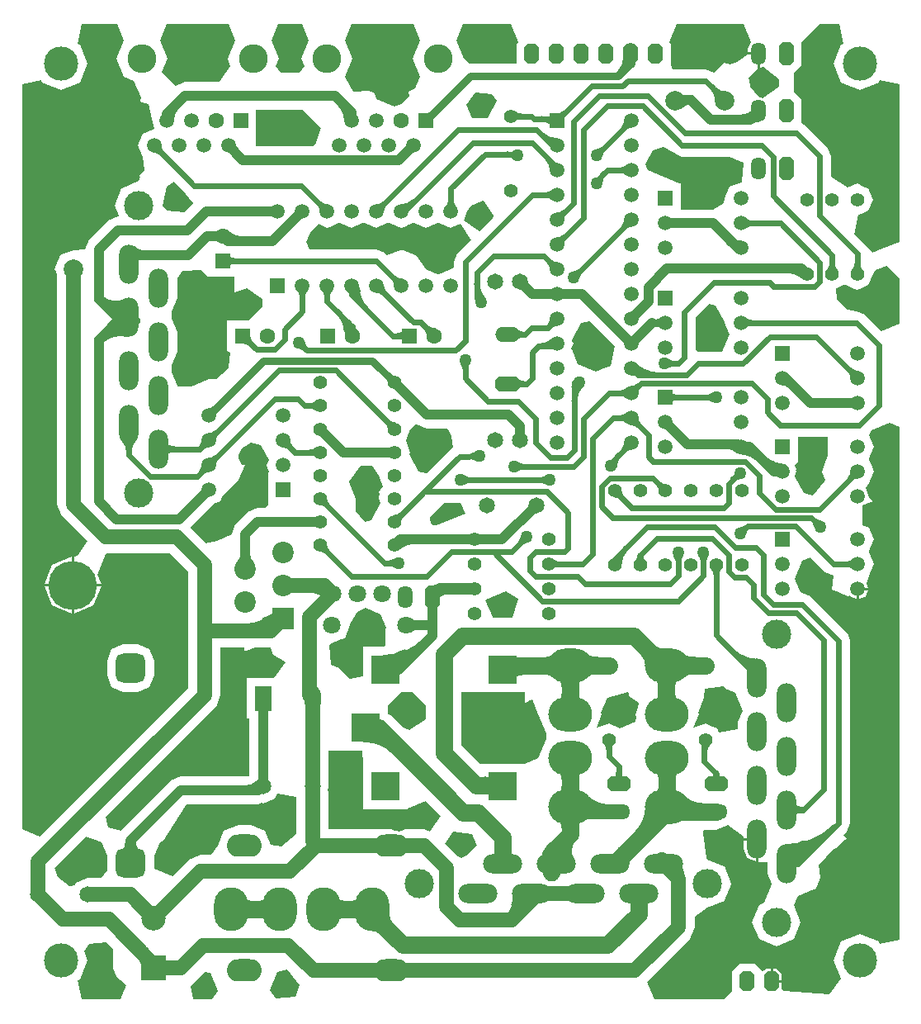
<source format=gbl>
%FSLAX24Y24*%
%MOIN*%
G70*
G01*
G75*
G04 Layer_Physical_Order=2*
G04 Layer_Color=16711680*
%ADD10C,0.0236*%
%ADD11C,0.0157*%
%ADD12C,0.0591*%
%ADD13C,0.0197*%
%ADD14C,0.0394*%
%ADD15C,0.0709*%
%ADD16C,0.0315*%
%ADD17R,0.7480X0.4724*%
%ADD18R,0.3533X0.6102*%
%ADD19C,0.1378*%
%ADD20C,0.0787*%
%ADD21R,0.0591X0.0591*%
%ADD22C,0.0591*%
%ADD23C,0.0551*%
%ADD24C,0.1181*%
%ADD25O,0.0787X0.1575*%
G04:AMPARAMS|DCode=26|XSize=60mil|YSize=90.6mil|CornerRadius=0mil|HoleSize=0mil|Usage=FLASHONLY|Rotation=0.000|XOffset=0mil|YOffset=0mil|HoleType=Round|Shape=Octagon|*
%AMOCTAGOND26*
4,1,8,-0.0150,0.0453,0.0150,0.0453,0.0300,0.0303,0.0300,-0.0303,0.0150,-0.0453,-0.0150,-0.0453,-0.0300,-0.0303,-0.0300,0.0303,-0.0150,0.0453,0.0*
%
%ADD26OCTAGOND26*%

%ADD27O,0.0600X0.0906*%
%ADD28C,0.0650*%
%ADD29C,0.0591*%
%ADD30R,0.0591X0.0591*%
%ADD31C,0.0630*%
%ADD32C,0.1161*%
%ADD33O,0.1000X0.0600*%
G04:AMPARAMS|DCode=34|XSize=100mil|YSize=60mil|CornerRadius=0mil|HoleSize=0mil|Usage=FLASHONLY|Rotation=180.000|XOffset=0mil|YOffset=0mil|HoleType=Round|Shape=Octagon|*
%AMOCTAGOND34*
4,1,8,-0.0500,0.0150,-0.0500,-0.0150,-0.0350,-0.0300,0.0350,-0.0300,0.0500,-0.0150,0.0500,0.0150,0.0350,0.0300,-0.0350,0.0300,-0.0500,0.0150,0.0*
%
%ADD34OCTAGOND34*%

G04:AMPARAMS|DCode=35|XSize=80mil|YSize=60mil|CornerRadius=0mil|HoleSize=0mil|Usage=FLASHONLY|Rotation=90.000|XOffset=0mil|YOffset=0mil|HoleType=Round|Shape=Octagon|*
%AMOCTAGOND35*
4,1,8,0.0150,0.0400,-0.0150,0.0400,-0.0300,0.0250,-0.0300,-0.0250,-0.0150,-0.0400,0.0150,-0.0400,0.0300,-0.0250,0.0300,0.0250,0.0150,0.0400,0.0*
%
%ADD35OCTAGOND35*%

%ADD36C,0.0630*%
%ADD37R,0.0630X0.0630*%
%ADD38R,0.0591X0.0591*%
%ADD39R,0.1181X0.1181*%
%ADD40C,0.0709*%
%ADD41R,0.0630X0.0630*%
%ADD42O,0.1772X0.1378*%
%ADD43C,0.0866*%
%ADD44R,0.0866X0.0866*%
%ADD45C,0.1969*%
%ADD46R,0.0669X0.0984*%
%ADD47O,0.0669X0.0984*%
%ADD48R,0.0984X0.0984*%
%ADD49C,0.0984*%
%ADD50O,0.1575X0.0787*%
G04:AMPARAMS|DCode=51|XSize=60mil|YSize=90.6mil|CornerRadius=0mil|HoleSize=0mil|Usage=FLASHONLY|Rotation=90.000|XOffset=0mil|YOffset=0mil|HoleType=Round|Shape=Octagon|*
%AMOCTAGOND51*
4,1,8,-0.0453,-0.0150,-0.0453,0.0150,-0.0303,0.0300,0.0303,0.0300,0.0453,0.0150,0.0453,-0.0150,0.0303,-0.0300,-0.0303,-0.0300,-0.0453,-0.0150,0.0*
%
%ADD51OCTAGOND51*%

%ADD52O,0.0906X0.0600*%
%ADD53O,0.1400X0.0900*%
G04:AMPARAMS|DCode=54|XSize=118.1mil|YSize=118.1mil|CornerRadius=29.5mil|HoleSize=0mil|Usage=FLASHONLY|Rotation=270.000|XOffset=0mil|YOffset=0mil|HoleType=Round|Shape=RoundedRectangle|*
%AMROUNDEDRECTD54*
21,1,0.1181,0.0591,0,0,270.0*
21,1,0.0591,0.1181,0,0,270.0*
1,1,0.0591,-0.0295,-0.0295*
1,1,0.0591,-0.0295,0.0295*
1,1,0.0591,0.0295,0.0295*
1,1,0.0591,0.0295,-0.0295*
%
%ADD54ROUNDEDRECTD54*%
%ADD55O,0.1378X0.1772*%
%ADD56C,0.0500*%
%ADD57C,0.0472*%
G36*
X10045Y14218D02*
X10155Y13899D01*
D01*
X10155D01*
Y13899D01*
D01*
D01*
Y13899D01*
D01*
X10630Y13657D01*
X10645Y13612D01*
X10186Y12972D01*
X9085D01*
Y11358D01*
X9180D01*
Y8999D01*
X6407D01*
X6016Y8837D01*
X4003Y6824D01*
X3618Y6901D01*
X3478Y6936D01*
X3388Y7385D01*
X7832Y11829D01*
X7832D01*
X8026Y12296D01*
X8026Y12296D01*
X8026Y12296D01*
X8026Y12296D01*
Y12296D01*
Y14218D01*
X8993D01*
Y14047D01*
X9404Y14218D01*
X10045D01*
D01*
D02*
G37*
G36*
X20046Y16175D02*
X19827Y15419D01*
X19022D01*
X19009Y15438D01*
X18725Y16123D01*
X18759Y16152D01*
X19559Y16484D01*
X20046Y16175D01*
D02*
G37*
G36*
X15585Y12423D02*
X15756D01*
X16313Y11866D01*
Y11308D01*
X15658Y10870D01*
X15419Y10969D01*
X14910Y11478D01*
X14797Y11525D01*
Y11872D01*
D01*
Y11872D01*
X15348Y12423D01*
X15585D01*
Y12423D01*
D02*
G37*
G36*
X24504Y12377D02*
Y12233D01*
X24504Y12233D01*
X24504D01*
X24504D01*
X24928Y11970D01*
X24894Y11796D01*
X24774Y11506D01*
X24816Y11404D01*
X24777Y11207D01*
X24157Y10950D01*
X23705Y11137D01*
X23705Y11137D01*
X23705D01*
X23705D01*
D01*
X23705Y11137D01*
X23202Y10971D01*
X23423Y11506D01*
X23391Y11583D01*
D01*
D01*
X23391D01*
D01*
X23636Y12175D01*
D01*
Y12175D01*
D01*
X23636D01*
D01*
X24479Y12402D01*
X24504Y12377D01*
D02*
G37*
G36*
X14470Y15565D02*
X14704Y14999D01*
X14679Y14941D01*
X14679Y14941D01*
Y14625D01*
Y14276D01*
X14577Y14234D01*
X13774D01*
Y13057D01*
X13239Y12951D01*
X12800Y13389D01*
X12800Y13389D01*
X12486Y13519D01*
X12409Y14303D01*
X12530Y14384D01*
X12530Y14384D01*
Y14384D01*
X12890Y14533D01*
X12890Y14533D01*
X13042Y14596D01*
X13254Y15108D01*
X13238Y15146D01*
X13553Y15663D01*
X13553D01*
Y15663D01*
D01*
D01*
Y15663D01*
X13892Y15804D01*
X14470Y15565D01*
D02*
G37*
G36*
X14408Y21161D02*
X14408Y21161D01*
X14408D01*
X14595Y20709D01*
D01*
D01*
X14595Y20709D01*
X14404Y20472D01*
X14404Y20472D01*
X14414Y20462D01*
X14414Y20462D01*
X14414D01*
X14433Y20444D01*
X14408Y20226D01*
X14408Y20226D01*
X14488Y20034D01*
X14117Y19339D01*
X13857Y19288D01*
X13494Y19730D01*
Y20226D01*
D01*
D01*
Y20226D01*
X13494D01*
X13228Y20870D01*
X13228D01*
Y20912D01*
X13669Y21542D01*
X14153D01*
X14408Y21161D01*
D02*
G37*
G36*
X9649Y22374D02*
X9968Y21778D01*
X9885Y21577D01*
X9963Y21389D01*
X9939Y21365D01*
X9979Y21348D01*
X9935Y21187D01*
X9935D01*
X9935Y21187D01*
X9935Y21187D01*
D01*
Y19967D01*
D01*
Y19967D01*
X9814Y19845D01*
X9520D01*
X9128Y19683D01*
X8627Y19182D01*
X8465Y18790D01*
Y18769D01*
X7890Y18523D01*
X7890D01*
D01*
D01*
X7890D01*
Y18523D01*
Y18523D01*
D01*
D01*
Y18523D01*
X7425Y18431D01*
X6804Y19052D01*
X7755Y20003D01*
X8012Y20110D01*
X8111Y20348D01*
X8152Y20365D01*
X8152Y20365D01*
X8757Y20970D01*
D01*
X8757D01*
D01*
D01*
Y20970D01*
X8757Y20970D01*
D01*
D01*
X8757Y20970D01*
X9008Y21577D01*
X8874D01*
D01*
X8848Y21640D01*
Y21640D01*
X8757Y21860D01*
Y21970D01*
X8757Y21970D01*
X8867Y22235D01*
X9263Y22494D01*
X9649Y22374D01*
D02*
G37*
G36*
X17924Y19627D02*
X16739Y19137D01*
X16598D01*
X16562Y19190D01*
X16494Y19354D01*
Y19478D01*
X17051Y20035D01*
X17706D01*
X17924Y19627D01*
D02*
G37*
G36*
X32550Y21938D02*
D01*
D01*
D01*
D01*
D01*
Y21938D01*
D01*
D01*
D01*
X32488Y21790D01*
X32298Y21331D01*
X32319Y21282D01*
Y21282D01*
X32437Y20996D01*
X32401Y20910D01*
X31949Y20359D01*
X31569Y20435D01*
X31198Y21129D01*
X31281Y21331D01*
X31261Y21380D01*
X31281Y21430D01*
X31228Y21557D01*
X31338Y21721D01*
X31338D01*
Y22720D01*
X32550D01*
Y21938D01*
D02*
G37*
G36*
X11227Y596D02*
X11035Y131D01*
X10251Y54D01*
X10023Y397D01*
X10324Y1124D01*
X10728Y1205D01*
X11227Y596D01*
D02*
G37*
G36*
X2592Y6589D02*
D01*
D01*
D01*
D01*
D01*
D01*
D01*
D01*
X3055Y6427D01*
D01*
D01*
X3055D01*
D01*
X3205Y6360D01*
X3434Y5807D01*
D01*
Y5217D01*
X3224Y4903D01*
X2644D01*
X2361Y4785D01*
X2361Y4785D01*
X2361Y4785D01*
X2177Y4709D01*
X2136Y4610D01*
X1913Y4566D01*
X1440Y4954D01*
X1327Y5324D01*
X2592Y6589D01*
D01*
D02*
G37*
G36*
X3682Y2031D02*
X3682Y1289D01*
Y1289D01*
D01*
D01*
D01*
Y1289D01*
D01*
X3728Y1178D01*
X3789Y1029D01*
X3869Y838D01*
D01*
D01*
D01*
D01*
D01*
D01*
X3869D01*
Y838D01*
Y838D01*
Y838D01*
D01*
D01*
D01*
D01*
X3869D01*
D01*
X4073Y726D01*
X4214Y585D01*
X3971Y0D01*
X2414D01*
X2261Y772D01*
X2343Y806D01*
X2661Y1575D01*
X2513Y1933D01*
X2718Y2239D01*
X3406Y2307D01*
X3682Y2031D01*
D02*
G37*
G36*
X7614Y1072D02*
X7915Y345D01*
X7685Y0D01*
X6923D01*
X6811Y564D01*
X7368Y1121D01*
X7614Y1072D01*
D02*
G37*
G36*
X18192Y6694D02*
X18388Y6221D01*
X17944Y5801D01*
X17732Y5720D01*
X17603Y5782D01*
X17603Y5782D01*
X17603Y5782D01*
D01*
X17090Y6295D01*
X17408Y6771D01*
X18192Y6694D01*
D02*
G37*
G36*
X20309Y12423D02*
Y12423D01*
D01*
D01*
D01*
D01*
D01*
D01*
D01*
D01*
X20326Y12405D01*
X20326Y12405D01*
X20326Y12109D01*
X20326D01*
Y11986D01*
X20326D01*
X20413Y12022D01*
D01*
X20460Y12041D01*
X20623Y12109D01*
X20623D01*
D01*
X20856Y11506D01*
X20856Y11506D01*
X20856D01*
X21175Y10738D01*
Y10738D01*
D01*
D01*
Y10738D01*
D01*
Y10503D01*
X21175D01*
X21175D01*
D01*
D01*
D01*
X20856Y9734D01*
X20309Y9509D01*
X20309Y9509D01*
X20309Y9509D01*
X18505D01*
X17762Y10253D01*
Y12423D01*
X18498D01*
Y12423D01*
X20309D01*
D01*
D02*
G37*
G36*
X28422Y12541D02*
X28422Y12541D01*
X28761Y12401D01*
Y12401D01*
X28761Y12401D01*
X28808Y12381D01*
X29110Y11654D01*
X28922Y11201D01*
Y10921D01*
X28150Y10767D01*
X28074Y10950D01*
X27817Y11057D01*
Y11057D01*
X27817D01*
X27622Y11137D01*
X27622D01*
X27119Y10971D01*
X27341Y11506D01*
X27309Y11583D01*
X27309D01*
D01*
X27554Y12175D01*
X27554D01*
Y12175D01*
X27596Y12543D01*
X28352Y12650D01*
X28422Y12541D01*
D02*
G37*
G36*
X13759Y10061D02*
X13774Y9509D01*
Y9509D01*
X13774D01*
Y7698D01*
X15585D01*
Y7726D01*
X16312Y8027D01*
X16910Y7430D01*
X16473Y6775D01*
X16240Y6871D01*
X16240Y6871D01*
X15472D01*
X15257Y6782D01*
X15152Y6826D01*
X15059D01*
X14902Y6891D01*
X12395D01*
Y8386D01*
X12361Y8467D01*
X12395Y8547D01*
Y10061D01*
X12986D01*
Y10061D01*
X13759D01*
D01*
D02*
G37*
G36*
X11074Y8166D02*
Y6679D01*
X10465Y6179D01*
X10051Y6262D01*
X9822Y6816D01*
X9236Y7058D01*
X8736D01*
X8151Y6816D01*
X7908Y6230D01*
X7908Y6230D01*
X7908Y6230D01*
X7646Y5838D01*
X7213D01*
X7213Y5838D01*
X6746Y5644D01*
X6746Y5644D01*
D01*
D01*
Y5644D01*
Y5644D01*
X6746D01*
X6073Y4972D01*
X5346Y5273D01*
Y5807D01*
D01*
X5575Y6360D01*
X5725Y6427D01*
X5725D01*
D01*
Y6427D01*
D01*
D01*
X5725D01*
X5725Y6427D01*
X5725Y6427D01*
X5725D01*
X6637Y7891D01*
X9557D01*
X9692Y7947D01*
X9734Y7930D01*
X10224Y8132D01*
Y8132D01*
D01*
X10301Y8320D01*
X10301Y8320D01*
X11074Y8166D01*
D02*
G37*
G36*
X35433Y23121D02*
Y2414D01*
X34661Y2261D01*
X34627Y2343D01*
X33858Y2661D01*
X33090Y2343D01*
X32772Y1575D01*
X33068Y859D01*
X32606Y222D01*
X30774Y365D01*
X30691Y448D01*
D01*
Y489D01*
Y677D01*
Y677D01*
D01*
X30691D01*
X30691D01*
Y698D01*
X30291D01*
Y748D01*
X30241D01*
Y1248D01*
X30091Y1248D01*
D01*
X30091D01*
D01*
X30091Y1248D01*
X29906Y1156D01*
D01*
D01*
X29906Y1156D01*
X29599Y1463D01*
X28984D01*
X28676Y1156D01*
Y557D01*
X28676Y557D01*
X28676D01*
X28676Y341D01*
D01*
X28336Y0D01*
X25546D01*
X25244Y727D01*
X26973Y2456D01*
X27166Y2923D01*
X27166Y2923D01*
Y3364D01*
X27166D01*
X27677Y3705D01*
D01*
X28370Y3992D01*
Y3992D01*
D01*
X28380Y4016D01*
X28380D01*
Y4016D01*
D01*
D01*
X28647Y4661D01*
D01*
D01*
D01*
X28647D01*
Y4661D01*
D01*
D01*
X28657Y4685D01*
D01*
D01*
D01*
X28370Y5378D01*
D01*
D01*
D01*
X28346Y5388D01*
D01*
X28346Y5388D01*
D01*
D01*
D01*
D01*
Y5388D01*
D01*
D01*
X27693Y5659D01*
X27663Y5730D01*
X27663D01*
Y5730D01*
X27663Y5730D01*
Y5730D01*
D01*
D01*
D01*
D01*
D01*
Y5730D01*
X27503Y6710D01*
X27513Y6735D01*
Y6735D01*
X27563Y6854D01*
X28055D01*
X28197Y6913D01*
X28208D01*
X28500Y7034D01*
X29155Y6597D01*
Y6526D01*
X29689D01*
Y6476D01*
X29739D01*
Y5548D01*
X30103D01*
Y5098D01*
X30273Y4687D01*
X30273Y4687D01*
X30273D01*
X30294Y4637D01*
X29993Y3910D01*
X29783Y3823D01*
X29496Y3130D01*
X29783Y2437D01*
X30476Y2150D01*
X31169Y2437D01*
X31457Y3130D01*
X31169Y3823D01*
X31169D01*
D01*
Y3823D01*
X31358Y4195D01*
D01*
X31804Y4380D01*
X31804Y4380D01*
X31804Y4380D01*
X32067Y4489D01*
D01*
D01*
Y4489D01*
X32103Y4576D01*
X32108Y4578D01*
X32111Y4579D01*
D01*
D01*
Y4579D01*
X32249Y4913D01*
X32249Y4913D01*
X32165Y5443D01*
X32467Y5746D01*
Y5746D01*
X32790Y6069D01*
X32904Y6116D01*
X32904Y6116D01*
X33227Y6439D01*
X33340Y6486D01*
X33307Y6519D01*
D01*
X33307Y6519D01*
Y6519D01*
X33178Y6648D01*
X33178Y6648D01*
X33324Y6795D01*
X33324Y6795D01*
X33324Y6795D01*
X33324D01*
X33461Y7126D01*
Y14469D01*
X33364Y14703D01*
X33324Y14800D01*
X31837Y16286D01*
X31506Y16423D01*
X31488D01*
X31388Y16574D01*
X31388Y16574D01*
X31388D01*
X31213Y16995D01*
X31515Y17723D01*
X31838Y17857D01*
X32452Y17243D01*
X32783Y17105D01*
X32727Y16540D01*
X32727D01*
X32727Y16540D01*
D01*
D01*
D01*
D01*
D01*
D01*
X32727Y16540D01*
D01*
X32985Y16433D01*
X33333Y16288D01*
X33338Y16289D01*
X33338D01*
X33443Y16310D01*
X33453Y16284D01*
X33459Y16271D01*
D01*
D01*
Y16271D01*
D01*
D01*
D01*
D01*
D01*
D01*
D01*
D01*
D01*
D01*
D01*
D01*
X33595Y16215D01*
X33711Y16167D01*
Y16574D01*
X33761D01*
Y16624D01*
X34168D01*
X34100Y16789D01*
X34098Y16794D01*
D01*
X34228Y17107D01*
Y17107D01*
X34422Y17574D01*
X34422Y17574D01*
Y17574D01*
X34345Y17758D01*
X34345Y17758D01*
X34345Y17758D01*
X34228Y18041D01*
Y18041D01*
D01*
D01*
Y18041D01*
D01*
Y18107D01*
X34228D01*
X34228D01*
X34422Y18574D01*
X34228Y19041D01*
X33947Y19158D01*
Y19945D01*
X34290Y20087D01*
X34290Y20087D01*
X34290D01*
D01*
D01*
X34290Y20087D01*
X34368Y20119D01*
X34345Y20142D01*
X34345D01*
X34212Y20275D01*
X34064Y20634D01*
X34228Y20864D01*
X34228Y20864D01*
X34422Y21331D01*
X34422Y21331D01*
Y21331D01*
X34345Y21515D01*
X34345Y21515D01*
X34345Y21515D01*
X34228Y21798D01*
Y21798D01*
D01*
D01*
Y21798D01*
D01*
Y21864D01*
X34228D01*
X34228D01*
X34422Y22331D01*
X34422D01*
X34228Y22798D01*
X34306Y22986D01*
X35033Y23287D01*
X35433Y23121D01*
D02*
G37*
G36*
X11981Y35275D02*
Y35275D01*
X12094Y35173D01*
X11841Y34512D01*
X11754Y34438D01*
X9447D01*
Y34866D01*
X9447D01*
Y35932D01*
X11324D01*
X11981Y35275D01*
D02*
G37*
G36*
X18986Y36561D02*
X19179Y36271D01*
X18808Y35577D01*
X18170D01*
X17950Y36108D01*
X18298Y36629D01*
X18986Y36561D01*
D02*
G37*
G36*
X26332Y34167D02*
X26332Y34167D01*
Y34167D01*
X26498Y34098D01*
X26663Y34029D01*
X28564D01*
X29134Y33793D01*
X29081Y33008D01*
X29031Y32994D01*
X29031Y32994D01*
Y32994D01*
X28564Y32801D01*
X28370Y32334D01*
X28370Y32334D01*
X28370Y32334D01*
X28346Y32146D01*
X27898Y31888D01*
X26607D01*
Y32944D01*
X26556D01*
X25271Y33476D01*
X25169Y33722D01*
X25473Y34290D01*
X25898Y34430D01*
X26332Y34167D01*
D02*
G37*
G36*
X19060Y31650D02*
X19005Y31518D01*
X18488Y31002D01*
X17834Y31439D01*
X17989Y31815D01*
X17989Y31815D01*
Y31815D01*
X17989Y31815D01*
X17989Y31815D01*
Y31815D01*
X18155Y32052D01*
X18615Y32243D01*
X18615D01*
X18653Y32259D01*
X19060Y31650D01*
D02*
G37*
G36*
X6618Y32532D02*
D01*
X6618D01*
X6618D01*
X6618Y32532D01*
X6618D01*
X6920Y32135D01*
X6559Y31774D01*
X5837Y31845D01*
X5696Y32056D01*
X5850Y32828D01*
X6133Y33017D01*
X6618Y32532D01*
D02*
G37*
G36*
X29448Y38648D02*
X29360Y38437D01*
X29360D01*
X29360Y38437D01*
X29321Y38342D01*
X29321Y38342D01*
X29321Y38245D01*
X29321D01*
X29321Y38245D01*
Y38239D01*
X29754D01*
Y38189D01*
X29804D01*
Y37616D01*
X29944Y37650D01*
X30564Y37165D01*
Y36835D01*
X29909Y36398D01*
X29754Y36462D01*
Y36462D01*
D01*
X29754D01*
D01*
D01*
D01*
X29400Y36851D01*
X29400D01*
X29400Y36907D01*
D01*
Y36907D01*
X29400D01*
D01*
D01*
X29400D01*
D01*
Y36907D01*
D01*
X29337Y37223D01*
X29704Y37590D01*
Y38139D01*
X29309D01*
X28885Y37856D01*
X28599Y37737D01*
X28465Y37793D01*
Y37793D01*
X28465Y37793D01*
X28392Y37823D01*
Y37823D01*
X27955Y37428D01*
X27955D01*
D01*
D01*
D01*
D01*
D01*
X27624Y37565D01*
X26285D01*
X26204Y37762D01*
X26204D01*
X26204Y37762D01*
Y38577D01*
X26138Y38643D01*
X26439Y39370D01*
X29149D01*
X29448Y38648D01*
D02*
G37*
G36*
X11586Y38707D02*
D01*
D01*
X11284Y37976D01*
X11400Y37695D01*
X11220Y37426D01*
X10433D01*
X10253Y37695D01*
X10370Y37976D01*
X10067Y38707D01*
Y38707D01*
Y38707D01*
X10342Y39370D01*
X11312D01*
X11586Y38707D01*
D02*
G37*
G36*
X20039Y38643D02*
X19974Y38577D01*
Y37785D01*
X18114D01*
X18080Y37771D01*
X17850Y37976D01*
Y37976D01*
X17850D01*
D01*
Y37976D01*
X17850D01*
X17548Y38707D01*
Y38707D01*
Y38707D01*
X17822Y39370D01*
X19738D01*
X20039Y38643D01*
D02*
G37*
G36*
X8606Y38707D02*
D01*
D01*
X8303Y37976D01*
X8420Y37695D01*
X7982Y37040D01*
X6575D01*
X6206Y36888D01*
X5650Y37444D01*
X5870Y37976D01*
X5567Y38707D01*
Y38707D01*
Y38707D01*
X5842Y39370D01*
X8331D01*
X8606Y38707D01*
D02*
G37*
G36*
X16086D02*
D01*
D01*
X15784Y37976D01*
X16086Y37246D01*
Y37246D01*
Y37246D01*
X15891Y36774D01*
X15607Y36656D01*
Y36656D01*
X15644Y36461D01*
X15317Y36158D01*
Y36158D01*
X15317Y36158D01*
D01*
X15317D01*
X15317D01*
D01*
Y36158D01*
D01*
X15317D01*
X15048Y36047D01*
X14321Y36348D01*
X14270Y36471D01*
D01*
X14243Y36537D01*
X14211Y36613D01*
D01*
D01*
D01*
X14211D01*
Y36613D01*
D01*
D01*
X14180Y36625D01*
X14019Y36692D01*
Y36692D01*
D01*
D01*
Y36692D01*
Y36692D01*
X14019D01*
D01*
Y36692D01*
X14019Y36692D01*
X13367Y36661D01*
X13048Y37246D01*
X13350Y37976D01*
X13048Y38707D01*
Y38707D01*
Y38707D01*
X13322Y39370D01*
X15812D01*
X16086Y38707D01*
D02*
G37*
G36*
X4106D02*
D01*
D01*
X3803Y37976D01*
X4106Y37246D01*
X4529Y37070D01*
X4800Y36416D01*
X4788Y36241D01*
X4788D01*
X4788Y36241D01*
Y36241D01*
X4861Y36221D01*
X5100Y36157D01*
X5100Y36157D01*
D01*
D01*
X5233Y35562D01*
X5233D01*
X5233Y35562D01*
X5337Y35137D01*
D01*
X4870Y34943D01*
X4870D01*
X4676Y34476D01*
X4870Y34009D01*
Y34009D01*
X4870D01*
X4870D01*
X4870Y34009D01*
X4870D01*
X4961Y33496D01*
X4730Y33265D01*
X4730D01*
X4730Y33265D01*
X4782Y33207D01*
X4713Y33041D01*
X4044Y32764D01*
X4044Y32764D01*
X4020Y32754D01*
X3733Y32061D01*
X3743Y32036D01*
D01*
X3901Y31656D01*
X3868Y31607D01*
X3476Y31445D01*
X2709Y30677D01*
X2546Y30285D01*
X2077Y30265D01*
X2077Y30265D01*
X1625Y30078D01*
X1534Y30040D01*
D01*
D01*
X1534D01*
D01*
D01*
D01*
X1310Y29498D01*
X1364Y29367D01*
Y29367D01*
D01*
D01*
D01*
Y29367D01*
X1364Y29367D01*
D01*
X1416Y29241D01*
Y19990D01*
X1416Y19990D01*
X1610Y19523D01*
X2631Y18501D01*
X2243Y17920D01*
X2130Y17873D01*
X2101Y17885D01*
Y16782D01*
X3204D01*
X3045Y17165D01*
X3382Y17979D01*
X3404Y18011D01*
X5976D01*
X6704Y17283D01*
Y14878D01*
Y12570D01*
X727Y6593D01*
X0Y6894D01*
Y36956D01*
X772Y37109D01*
X806Y37027D01*
X1575Y36709D01*
X2343Y37027D01*
X2661Y37795D01*
X2343Y38564D01*
X2261Y38598D01*
X2414Y39370D01*
X3831D01*
X4106Y38707D01*
D02*
G37*
G36*
X23935Y26368D02*
X23781Y25596D01*
X23576Y25511D01*
X23576Y25511D01*
D01*
D01*
D01*
X23183Y25348D01*
X22456Y25650D01*
X22203Y26259D01*
X22217Y26265D01*
X22193Y26289D01*
X22271Y26476D01*
X22271D01*
Y26476D01*
D01*
X22228Y26580D01*
X22217Y26605D01*
X22589Y27300D01*
X22935Y27368D01*
X23935Y26368D01*
D02*
G37*
G36*
X35433Y29118D02*
Y27292D01*
X34706Y26991D01*
X34045Y27651D01*
X33714Y27789D01*
Y27789D01*
X33714Y27789D01*
X33343Y27858D01*
X32909Y28292D01*
X32865Y28715D01*
X32900Y28729D01*
X33175Y28843D01*
Y28843D01*
X33285D01*
D01*
Y28843D01*
X33561Y28729D01*
X33737Y28656D01*
Y28656D01*
X33737Y28656D01*
Y28656D01*
X33995Y28762D01*
X33995Y28762D01*
Y28762D01*
X34189Y28843D01*
X34189Y28843D01*
X34377Y29295D01*
X34377Y29295D01*
X34377Y29295D01*
Y29295D01*
X34485Y29451D01*
X34920Y29631D01*
X35433Y29118D01*
D02*
G37*
G36*
X7480Y29185D02*
Y29185D01*
X8585D01*
X8585Y28533D01*
X8585D01*
Y28533D01*
X9064Y28731D01*
X9064Y28731D01*
X9719Y28294D01*
Y28234D01*
X9719Y28234D01*
X9719D01*
Y28205D01*
Y28205D01*
Y27982D01*
X9162Y27426D01*
X8280D01*
Y26166D01*
X8280D01*
X8399Y26108D01*
X8339Y25553D01*
X8339D01*
X8357Y25466D01*
X7850Y25051D01*
X7545D01*
D01*
D01*
X7545D01*
Y25051D01*
X6836Y24757D01*
D01*
X6288D01*
X6267Y24777D01*
D01*
X6043Y25320D01*
Y25320D01*
D01*
D01*
Y25320D01*
D01*
Y25613D01*
X6043D01*
X6043D01*
X6267Y26155D01*
Y26943D01*
X6043Y27485D01*
Y27485D01*
D01*
D01*
Y27485D01*
D01*
Y27778D01*
X6043D01*
X6043D01*
X6267Y28320D01*
Y29108D01*
X6475Y29418D01*
X7261Y29455D01*
X7480Y29185D01*
D02*
G37*
G36*
X28023Y28013D02*
X28380Y27344D01*
X28370Y27320D01*
X28564Y26853D01*
Y26853D01*
Y26853D01*
X28275Y26156D01*
X27328D01*
X27218Y26229D01*
Y27550D01*
X27738Y28069D01*
X28023Y28013D01*
D02*
G37*
G36*
X15945Y23220D02*
X15945Y23220D01*
Y23220D01*
D01*
D01*
Y23220D01*
X16337Y23058D01*
X17135D01*
X17209Y23028D01*
X17332Y22742D01*
X17422Y22286D01*
X17348Y22255D01*
X17348D01*
X17348Y22255D01*
X16354Y21261D01*
X16026Y21326D01*
X15655Y22021D01*
X15686Y22096D01*
X15499Y22548D01*
Y22548D01*
D01*
D01*
Y22548D01*
D01*
Y22580D01*
X15499D01*
X15499D01*
X15686Y23031D01*
D01*
X15919Y23235D01*
X15945Y23220D01*
D02*
G37*
G36*
X33172Y38598D02*
X33090Y38564D01*
X32772Y37795D01*
X33090Y37027D01*
X33858Y36709D01*
X34627Y37027D01*
X34661Y37109D01*
X35433Y36956D01*
Y30597D01*
X34761Y30318D01*
X34761D01*
X34334Y30142D01*
X34069Y30442D01*
Y30442D01*
X34069Y30442D01*
Y30442D01*
Y30442D01*
D01*
X33615Y30896D01*
X33768Y31669D01*
X33995Y31762D01*
Y31762D01*
X34189Y31843D01*
X34377Y32295D01*
D01*
D01*
X34189Y32747D01*
X33995Y32828D01*
Y32828D01*
X33737Y32934D01*
X33737Y32934D01*
X33737Y32934D01*
X33333Y32767D01*
X32678Y33204D01*
Y34034D01*
X32541Y34365D01*
X31604Y35302D01*
X31505Y35343D01*
X31491Y35416D01*
X31491Y35416D01*
X31491Y35416D01*
Y36336D01*
X31188Y36639D01*
Y37426D01*
X31491Y37729D01*
Y38649D01*
X31491Y38649D01*
X32212Y39370D01*
X33019D01*
X33172Y38598D01*
D02*
G37*
G36*
X16329Y31154D02*
X16796Y31348D01*
X16796D01*
D01*
D01*
X16862D01*
Y31348D01*
Y31348D01*
X16862D01*
X16862D01*
X17329Y31154D01*
X17612Y31272D01*
X17612Y31272D01*
X17612Y31272D01*
X17705Y31310D01*
X18142Y30655D01*
X17592Y30105D01*
X17454Y29774D01*
Y29559D01*
X17329Y29475D01*
X17329Y29475D01*
Y29475D01*
X16862Y29282D01*
X16862D01*
D01*
X16796D01*
D01*
Y29282D01*
D01*
D01*
D01*
X16329Y29475D01*
Y29475D01*
X16329Y29475D01*
D01*
D01*
D01*
X15935Y30027D01*
Y30027D01*
D01*
D01*
D01*
D01*
D01*
D01*
D01*
D01*
D01*
D01*
X15826Y30072D01*
X15329Y30278D01*
X15280Y30258D01*
X15280D01*
X14763Y30044D01*
X14660Y30146D01*
X14329Y30284D01*
X11610D01*
X11483Y30589D01*
X11639Y30963D01*
X11976Y31301D01*
X12329Y31154D01*
Y31154D01*
X12329Y31154D01*
Y31154D01*
X12505Y31228D01*
X12796Y31348D01*
Y31348D01*
X12862D01*
D01*
Y31348D01*
D01*
D01*
D01*
X13329Y31154D01*
D01*
D01*
D01*
D01*
D01*
D01*
X13762Y31334D01*
X13796Y31348D01*
D01*
Y31348D01*
D01*
X13862D01*
D01*
Y31348D01*
D01*
D01*
D01*
X14329Y31154D01*
D01*
D01*
D01*
D01*
D01*
D01*
X14762Y31334D01*
X14796Y31348D01*
D01*
Y31348D01*
D01*
X14862D01*
D01*
Y31348D01*
X15152Y31228D01*
X15329Y31154D01*
Y31154D01*
X15329Y31154D01*
Y31154D01*
X15516Y31232D01*
X15540Y31208D01*
X15557Y31249D01*
X15796Y31348D01*
X15796D01*
D01*
D01*
X15796D01*
D01*
X15862D01*
Y31348D01*
Y31348D01*
D01*
D01*
D01*
X16329Y31154D01*
D02*
G37*
%LPC*%
G36*
X30341Y1248D02*
Y798D01*
X30691D01*
Y819D01*
D01*
D01*
D01*
X30691Y819D01*
X30691D01*
X30691Y1048D01*
D01*
D01*
D01*
X30491Y1248D01*
X30491D01*
X30491D01*
Y1248D01*
Y1248D01*
X30341Y1248D01*
D02*
G37*
G36*
X2001Y17885D02*
X1221Y17562D01*
X898Y16782D01*
X2001D01*
Y17885D01*
D02*
G37*
G36*
Y16682D02*
X898D01*
X1221Y15902D01*
X2001Y15579D01*
Y16682D01*
D02*
G37*
G36*
X4685Y14342D02*
X4094D01*
X3627Y14148D01*
X3434Y13681D01*
Y13091D01*
X3627Y12624D01*
X4094Y12430D01*
X4685D01*
X5152Y12624D01*
X5346Y13091D01*
Y13681D01*
X5152Y14148D01*
X4685Y14342D01*
D02*
G37*
G36*
X3204Y16682D02*
X2101D01*
Y15579D01*
X2881Y15902D01*
X3204Y16682D01*
D02*
G37*
G36*
X29639Y6426D02*
X29155D01*
Y6083D01*
X29295Y5743D01*
D01*
X29295D01*
X29295Y5743D01*
X29295D01*
X29295D01*
X29311Y5705D01*
D01*
D01*
X29396Y5670D01*
X29639Y5569D01*
Y6426D01*
D02*
G37*
G36*
X34168Y16524D02*
X33811D01*
Y16167D01*
X34035Y16259D01*
X34064Y16271D01*
D01*
D01*
D01*
D01*
D01*
D01*
D01*
Y16271D01*
D01*
D01*
D01*
D01*
X34139Y16454D01*
X34155Y16492D01*
X34155D01*
D01*
X34168Y16524D01*
D02*
G37*
%LPD*%
D10*
X29027Y21128D02*
G03*
X28715Y20999I0J-441D01*
G01*
X19926Y34001D02*
G03*
X19630Y34124I-296J-296D01*
G01*
X23492Y33333D02*
G03*
X23331Y32943I390J-390D01*
G01*
X18440Y28208D02*
G03*
X18444Y28583I-315J191D01*
G01*
X18376Y28886D02*
G03*
X18646Y28233I923J0D01*
G01*
X18440Y28208D02*
G03*
X18444Y28583I-315J191D01*
G01*
X11323Y26523D02*
G03*
X11416Y26297I318J0D01*
G01*
X11416Y26297D02*
G03*
X11191Y26391I-225J-225D01*
G01*
X22426Y25005D02*
G03*
X22313Y24732I273J-273D01*
G01*
X22593Y24838D02*
G03*
X22313Y24161I677J-677D01*
G01*
X22382Y24473D02*
G03*
X22385Y24867I-345J199D01*
G01*
X22382Y24473D02*
G03*
X22385Y24867I-345J199D01*
G01*
X23210Y34208D02*
G03*
X23435Y34301I0J318D01*
G01*
X23435Y34301D02*
G03*
X23342Y34076I225J-225D01*
G01*
X21226Y20881D02*
G03*
X21001Y20974I-225J-225D01*
G01*
D02*
G03*
X21226Y21067I0J318D01*
G01*
X17823D02*
G03*
X18048Y20974I225J225D01*
G01*
D02*
G03*
X17823Y20881I0J-318D01*
G01*
X24101Y21967D02*
G03*
X23922Y21534I433J-433D01*
G01*
X27949Y24213D02*
G03*
X27724Y24306I-225J-225D01*
G01*
D02*
G03*
X27949Y24399I0J318D01*
G01*
X32108Y19094D02*
G03*
X32015Y19319I-318J0D01*
G01*
X32015Y19319D02*
G03*
X32240Y19226I225J225D01*
G01*
X15116Y17531D02*
G03*
X14891Y17624I-225J-225D01*
G01*
D02*
G03*
X15116Y17717I0J318D01*
G01*
X17993Y25731D02*
G03*
X17900Y25505I225J-225D01*
G01*
D02*
G03*
X17806Y25731I-318J0D01*
G01*
X22280Y29278D02*
G03*
X22505Y29371I0J318D01*
G01*
X22505Y29371D02*
G03*
X22412Y29146I225J-225D01*
G01*
X18379Y21839D02*
G03*
X18153Y21930I-222J-228D01*
G01*
X18153Y21930D02*
G03*
X18377Y22026I-4J318D01*
G01*
X26603Y17941D02*
G03*
X26510Y17715I225J-225D01*
G01*
D02*
G03*
X26416Y17941I-318J0D01*
G01*
X27623D02*
G03*
X27530Y17715I225J-225D01*
G01*
D02*
G03*
X27436Y17941I-318J0D01*
G01*
X29010Y18946D02*
G03*
X29235Y19039I0J318D01*
G01*
X29235Y19039D02*
G03*
X29142Y18814I225J-225D01*
G01*
X20390Y18552D02*
G03*
X20165Y18459I0J-318D01*
G01*
X20165Y18459D02*
G03*
X20258Y18684I-225J225D01*
G01*
X19982Y21607D02*
G03*
X20207Y21514I225J225D01*
G01*
D02*
G03*
X19982Y21421I0J-318D01*
G01*
X26043Y25767D02*
G03*
X26268Y25674I225J225D01*
G01*
D02*
G03*
X26043Y25581I0J-318D01*
G01*
X12205Y18356D02*
G03*
X12316Y18087I380J0D01*
G01*
D02*
G03*
X12047Y18199I-269J-269D01*
G01*
X33636Y17449D02*
G03*
X33333Y17574I-302J-302D01*
G01*
D02*
G03*
X33636Y17699I0J428D01*
G01*
X28153Y17426D02*
G03*
X28042Y17157I269J-269D01*
G01*
D02*
G03*
X27931Y17426I-380J0D01*
G01*
X26122Y24431D02*
G03*
X26425Y24306I302J302D01*
G01*
D02*
G03*
X26122Y24181I0J-428D01*
G01*
X27929Y8831D02*
G03*
X28055Y9130I-289J298D01*
G01*
D02*
G03*
X28182Y8831I415J0D01*
G01*
X27733Y10387D02*
G03*
X27563Y9975I411J-411D01*
G01*
X24107Y20537D02*
G03*
X24219Y20269I380J0D01*
G01*
D02*
G03*
X23950Y20380I-269J-269D01*
G01*
X24383Y18201D02*
G03*
X24107Y17537I664J-664D01*
G01*
X33761Y21154D02*
G03*
X33459Y21029I0J-428D01*
G01*
X33459Y21029D02*
G03*
X33584Y21331I-302J302D01*
G01*
X23980Y8829D02*
G03*
X24108Y9140I-311J311D01*
G01*
D02*
G03*
X24237Y8829I439J0D01*
G01*
X23816Y10387D02*
G03*
X23705Y10118I269J-269D01*
G01*
D02*
G03*
X23593Y10387I-380J0D01*
G01*
X24862Y17649D02*
G03*
X24973Y17918I-269J269D01*
G01*
D02*
G03*
X25084Y17649I380J0D01*
G01*
X29156Y27445D02*
G03*
X29459Y27320I302J302D01*
G01*
D02*
G03*
X29156Y27195I0J-428D01*
G01*
X25839Y20537D02*
G03*
X25727Y20806I-380J0D01*
G01*
D02*
G03*
X25996Y20695I269J269D01*
G01*
X29094Y13652D02*
G03*
X29689Y13406I595J595D01*
G01*
X28691Y14055D02*
G03*
X29689Y13642I998J998D01*
G01*
X29419Y13309D02*
G03*
X29205Y13535I-292J-62D01*
G01*
X29205Y13535D02*
G03*
X29532Y13592I102J380D01*
G01*
X29654Y13347D02*
G03*
X29070Y13808I-829J-451D01*
G01*
X29654Y13347D02*
G03*
X29070Y13808I-829J-451D01*
G01*
X29419Y13309D02*
G03*
X29205Y13535I-292J-62D01*
G01*
X29205Y13535D02*
G03*
X29532Y13592I102J380D01*
G01*
X31549Y6298D02*
G03*
X30903Y5864I201J-997D01*
G01*
X30870Y5453D02*
G03*
X31636Y5770I0J1084D01*
G01*
X30870Y5689D02*
G03*
X32040Y6173I0J1654D01*
G01*
X30870Y5925D02*
G03*
X32443Y6577I0J2224D01*
G01*
X30870Y6161D02*
G03*
X32846Y6980I0J2794D01*
G01*
X31549Y6298D02*
G03*
X30903Y5864I201J-997D01*
G01*
X31135Y5963D02*
G03*
X31379Y5825I192J56D01*
G01*
X31011Y6123D02*
G03*
X31416Y6065I273J460D01*
G01*
X31594Y6111D02*
G03*
X31107Y5745I197J-771D01*
G01*
X30963Y6145D02*
G03*
X31294Y6209I112J313D01*
G01*
X31294Y6209D02*
G03*
X31146Y5884I290J-329D01*
G01*
X31011Y6123D02*
G03*
X31416Y6065I273J460D01*
G01*
X31594Y6111D02*
G03*
X31107Y5745I197J-771D01*
G01*
X31135Y5963D02*
G03*
X31379Y5825I192J56D01*
G01*
X31084Y5666D02*
G03*
X31348Y5581I198J162D01*
G01*
X31348Y5581D02*
G03*
X31124Y5385I87J-326D01*
G01*
X31084Y5666D02*
G03*
X31348Y5581I198J162D01*
G01*
X31348Y5581D02*
G03*
X31124Y5385I87J-326D01*
G01*
X31106Y5635D02*
G03*
X31358Y5492I252J152D01*
G01*
D02*
G03*
X31106Y5350I0J-295D01*
G01*
X31065Y7852D02*
G03*
X31535Y7658I470J470D01*
G01*
D02*
G03*
X31065Y7463I0J-665D01*
G01*
X33584Y25088D02*
G03*
X33459Y25391I-428J0D01*
G01*
X33459Y25391D02*
G03*
X33761Y25265I302J302D01*
G01*
X9107Y26796D02*
G03*
X9246Y26460I475J0D01*
G01*
D02*
G03*
X8910Y26599I-336J-336D01*
G01*
X13248Y26958D02*
G03*
X13311Y27126I-88J128D01*
G01*
X13311D02*
G03*
X13440Y26976I222J60D01*
G01*
X13399Y26796D02*
G03*
X13168Y27353I-789J0D01*
G01*
X13163Y26796D02*
G03*
X12765Y27757I-1359J-0D01*
G01*
X13248Y26958D02*
G03*
X13311Y27126I-88J128D01*
G01*
X13311D02*
G03*
X13440Y26976I222J60D01*
G01*
X13251Y26960D02*
G03*
X13360Y27162I-133J202D01*
G01*
D02*
G03*
X13468Y26960I242J0D01*
G01*
X13082Y27098D02*
G03*
X13340Y26762I535J143D01*
G01*
X13082Y27098D02*
G03*
X13340Y26762I535J143D01*
G01*
X15521Y26656D02*
G03*
X15185Y26796I-336J-336D01*
G01*
D02*
G03*
X15521Y26935I0J475D01*
G01*
X16463Y26796D02*
G03*
X16324Y27132I-475J0D01*
G01*
D02*
G03*
X16660Y26993I336J336D01*
G01*
X29156Y31459D02*
G03*
X29459Y31334I302J302D01*
G01*
D02*
G03*
X29156Y31209I0J-428D01*
G01*
X12205Y20226D02*
G03*
X12316Y19958I380J0D01*
G01*
D02*
G03*
X12047Y20069I-269J-269D01*
G01*
X21379Y17697D02*
G03*
X21648Y17585I269J269D01*
G01*
D02*
G03*
X21379Y17474I0J-380D01*
G01*
X15047Y19449D02*
G03*
X15316Y19560I0J380D01*
G01*
D02*
G03*
X15205Y19291I269J-269D01*
G01*
X17203Y31940D02*
G03*
X17329Y32243I-302J302D01*
G01*
D02*
G03*
X17454Y31940I428J0D01*
G01*
X15329Y31992D02*
G03*
X15850Y32208I0J737D01*
G01*
X14329Y31992D02*
G03*
X14631Y32117I0J428D01*
G01*
X14631Y32117D02*
G03*
X14506Y31815I302J-302D01*
G01*
X12152D02*
G03*
X12026Y32117I-428J0D01*
G01*
X12026Y32117D02*
G03*
X12329Y31992I302J302D01*
G01*
X15152Y28815D02*
G03*
X15026Y29117I-428J0D01*
G01*
X15026Y29117D02*
G03*
X15329Y28992I302J302D01*
G01*
X14506Y28815D02*
G03*
X14631Y28513I428J0D01*
G01*
X14631Y28513D02*
G03*
X14329Y28638I-302J-302D01*
G01*
X13497Y28761D02*
G03*
X13611Y28291I441J-142D01*
G01*
X13270Y28815D02*
G03*
X13498Y28264I779J0D01*
G01*
X13506Y28815D02*
G03*
X13901Y27861I1350J0D01*
G01*
X13443Y28680D02*
G03*
X13329Y28433I209J-247D01*
G01*
D02*
G03*
X13214Y28680I-323J0D01*
G01*
X13564Y28598D02*
G03*
X13358Y28866I-427J-114D01*
G01*
X13712Y28047D02*
G03*
X13240Y28662I-978J-262D01*
G01*
X13564Y28598D02*
G03*
X13358Y28866I-427J-114D01*
G01*
X13712Y28047D02*
G03*
X13240Y28662I-978J-262D01*
G01*
X12454Y28690D02*
G03*
X12329Y28387I302J-302D01*
G01*
D02*
G03*
X12203Y28690I-428J0D01*
G01*
X11454D02*
G03*
X11329Y28387I302J-302D01*
G01*
D02*
G03*
X11203Y28690I-428J0D01*
G01*
X8249Y29954D02*
G03*
X8585Y29815I336J336D01*
G01*
D02*
G03*
X8249Y29676I0J-475D01*
G01*
X19935Y24990D02*
G03*
X20245Y24861I311J311D01*
G01*
D02*
G03*
X19935Y24733I0J-439D01*
G01*
Y26974D02*
G03*
X20245Y26846I311J311D01*
G01*
D02*
G03*
X19935Y26717I0J-439D01*
G01*
X5514Y34476D02*
G03*
X5639Y34174I428J0D01*
G01*
X5639Y34174D02*
G03*
X5337Y34299I-302J-302D01*
G01*
X32612Y29406D02*
G03*
X32723Y29675I-269J269D01*
G01*
D02*
G03*
X32835Y29406I380J0D01*
G01*
X11936Y23855D02*
G03*
X11667Y23967I-269J-269D01*
G01*
D02*
G03*
X11936Y24078I0J380D01*
G01*
X33626Y29406D02*
G03*
X33737Y29675I-269J269D01*
G01*
D02*
G03*
X33849Y29406I380J0D01*
G01*
X14890Y23032D02*
G03*
X14778Y23300I-380J0D01*
G01*
D02*
G03*
X15047Y23189I269J269D01*
G01*
X7545Y22754D02*
G03*
X7848Y22879I0J428D01*
G01*
X7848Y22879D02*
G03*
X7722Y22577I302J-302D01*
G01*
X7545Y22400D02*
G03*
X7243Y22274I0J-428D01*
G01*
X7243Y22274D02*
G03*
X7368Y22577I-302J302D01*
G01*
X7545Y21754D02*
G03*
X7848Y21879I0J428D01*
G01*
X7848Y21879D02*
G03*
X7722Y21577I302J-302D01*
G01*
X7545Y21400D02*
G03*
X7243Y21274I0J-428D01*
G01*
X7243Y21274D02*
G03*
X7368Y21577I-302J302D01*
G01*
X10722Y22577D02*
G03*
X10848Y22274I428J0D01*
G01*
X10848Y22274D02*
G03*
X10545Y22400I-302J-302D01*
G01*
X5695Y22413D02*
G03*
X6166Y22218I470J470D01*
G01*
D02*
G03*
X5695Y22023I0J-665D01*
G01*
X4514Y22614D02*
G03*
X4319Y22143I470J-470D01*
G01*
D02*
G03*
X4124Y22614I-665J0D01*
G01*
X11936Y21985D02*
G03*
X11667Y22096I-269J-269D01*
G01*
D02*
G03*
X11936Y22208I0J380D01*
G01*
X19855Y35775D02*
G03*
X20124Y35663I269J269D01*
G01*
D02*
G03*
X19855Y35552I0J-380D01*
G01*
X24610Y22299D02*
G03*
X24308Y22174I0J-428D01*
G01*
X24308Y22174D02*
G03*
X24433Y22476I-302J302D01*
G01*
X24787Y23476D02*
G03*
X24913Y23174I428J0D01*
G01*
X24913Y23174D02*
G03*
X24610Y23299I-302J-302D01*
G01*
X24485Y23351D02*
G03*
X24183Y23476I-302J-302D01*
G01*
D02*
G03*
X24485Y23602I0J428D01*
G01*
X24610Y24654D02*
G03*
X24913Y24779I0J428D01*
G01*
X24913Y24779D02*
G03*
X24787Y24476I302J-302D01*
G01*
X24485Y24351D02*
G03*
X24183Y24476I-302J-302D01*
G01*
D02*
G03*
X24485Y24602I0J428D01*
G01*
X24787Y25482D02*
G03*
X24947Y25216I320J11D01*
G01*
X24833Y25282D02*
G03*
X24656Y25305I-116J-202D01*
G01*
X25256Y25301D02*
G03*
X24690Y25318I-299J-518D01*
G01*
X24568Y25435D02*
G03*
X25121Y25206I553J553D01*
G01*
X24736Y25602D02*
G03*
X25692Y25206I956J956D01*
G01*
X25256Y25301D02*
G03*
X24690Y25318I-299J-518D01*
G01*
X24787Y25482D02*
G03*
X24947Y25216I320J11D01*
G01*
X24833Y25282D02*
G03*
X24656Y25305I-116J-202D01*
G01*
X24610Y31299D02*
G03*
X24308Y31174I0J-428D01*
G01*
X24308Y31174D02*
G03*
X24433Y31476I-302J302D01*
G01*
X24485Y33351D02*
G03*
X24183Y33476I-302J-302D01*
G01*
D02*
G03*
X24485Y33602I0J428D01*
G01*
X24610Y35299D02*
G03*
X24308Y35174I0J-428D01*
G01*
X24308Y35174D02*
G03*
X24433Y35476I-302J302D01*
G01*
X20945Y26378D02*
G03*
X21485Y26602I0J764D01*
G01*
X21610Y27299D02*
G03*
X21308Y27174I0J-428D01*
G01*
X21308Y27174D02*
G03*
X21433Y27476I-302J302D01*
G01*
Y29476D02*
G03*
X21308Y29779I-428J0D01*
G01*
X21308Y29779D02*
G03*
X21610Y29654I302J302D01*
G01*
Y30654D02*
G03*
X21913Y30779I0J428D01*
G01*
X21913Y30779D02*
G03*
X21787Y30476I302J-302D01*
G01*
X21610Y31654D02*
G03*
X21913Y31779I0J428D01*
G01*
X21913Y31779D02*
G03*
X21787Y31476I302J-302D01*
G01*
X21485Y32351D02*
G03*
X21183Y32476I-302J-302D01*
G01*
D02*
G03*
X21485Y32602I0J428D01*
G01*
X21433Y33476D02*
G03*
X21237Y33950I-670J0D01*
G01*
X21662Y34504D02*
G03*
X21405Y34708I-364J-194D01*
G01*
X21662Y34504D02*
G03*
X21405Y34708I-364J-194D01*
G01*
X20982Y34914D02*
G03*
X21610Y34654I628J628D01*
G01*
Y35654D02*
G03*
X21913Y35779I0J428D01*
G01*
X21913Y35779D02*
G03*
X21787Y35476I302J-302D01*
G01*
X21485Y35351D02*
G03*
X21002Y35551I-483J-483D01*
G01*
X28116Y36270D02*
G03*
X27880Y36841I-808J0D01*
G01*
X28022Y36698D02*
G03*
X28392Y36545I370J370D01*
G01*
X27996Y36719D02*
G03*
X28402Y36308I564J151D01*
G01*
X27996Y36719D02*
G03*
X28402Y36308I564J151D01*
G01*
X29027Y21128D02*
G03*
X28715Y20999I0J-441D01*
G01*
X19926Y34001D02*
G03*
X19630Y34124I-296J-296D01*
G01*
X23492Y33333D02*
G03*
X23331Y32943I390J-390D01*
G01*
X18376Y28886D02*
G03*
X18646Y28233I923J0D01*
G01*
X18440Y28208D02*
G03*
X18444Y28583I-315J191D01*
G01*
X11323Y26523D02*
G03*
X11416Y26297I318J0D01*
G01*
X11416Y26297D02*
G03*
X11191Y26391I-225J-225D01*
G01*
X22426Y25005D02*
G03*
X22313Y24732I273J-273D01*
G01*
X22593Y24838D02*
G03*
X22313Y24161I677J-677D01*
G01*
X22382Y24473D02*
G03*
X22385Y24867I-345J199D01*
G01*
X23210Y34208D02*
G03*
X23435Y34301I0J318D01*
G01*
X23435Y34301D02*
G03*
X23342Y34076I225J-225D01*
G01*
X21226Y20881D02*
G03*
X21001Y20974I-225J-225D01*
G01*
D02*
G03*
X21226Y21067I0J318D01*
G01*
X17823D02*
G03*
X18048Y20974I225J225D01*
G01*
D02*
G03*
X17823Y20881I0J-318D01*
G01*
X24101Y21967D02*
G03*
X23922Y21534I433J-433D01*
G01*
X27949Y24213D02*
G03*
X27724Y24306I-225J-225D01*
G01*
D02*
G03*
X27949Y24399I0J318D01*
G01*
X32108Y19094D02*
G03*
X32015Y19319I-318J0D01*
G01*
X32015Y19319D02*
G03*
X32240Y19226I225J225D01*
G01*
X15116Y17531D02*
G03*
X14891Y17624I-225J-225D01*
G01*
D02*
G03*
X15116Y17717I0J318D01*
G01*
X17993Y25731D02*
G03*
X17900Y25505I225J-225D01*
G01*
D02*
G03*
X17806Y25731I-318J0D01*
G01*
X22280Y29278D02*
G03*
X22505Y29371I0J318D01*
G01*
X22505Y29371D02*
G03*
X22412Y29146I225J-225D01*
G01*
X18379Y21839D02*
G03*
X18153Y21930I-222J-228D01*
G01*
X18153Y21930D02*
G03*
X18377Y22026I-4J318D01*
G01*
X26603Y17941D02*
G03*
X26510Y17715I225J-225D01*
G01*
D02*
G03*
X26416Y17941I-318J0D01*
G01*
X27623D02*
G03*
X27530Y17715I225J-225D01*
G01*
D02*
G03*
X27436Y17941I-318J0D01*
G01*
X29010Y18946D02*
G03*
X29235Y19039I0J318D01*
G01*
X29235Y19039D02*
G03*
X29142Y18814I225J-225D01*
G01*
X20390Y18552D02*
G03*
X20165Y18459I0J-318D01*
G01*
X20165Y18459D02*
G03*
X20258Y18684I-225J225D01*
G01*
X19982Y21607D02*
G03*
X20207Y21514I225J225D01*
G01*
D02*
G03*
X19982Y21421I0J-318D01*
G01*
X26043Y25767D02*
G03*
X26268Y25674I225J225D01*
G01*
D02*
G03*
X26043Y25581I0J-318D01*
G01*
X12205Y18356D02*
G03*
X12316Y18087I380J0D01*
G01*
D02*
G03*
X12047Y18199I-269J-269D01*
G01*
X33636Y17449D02*
G03*
X33333Y17574I-302J-302D01*
G01*
D02*
G03*
X33636Y17699I0J428D01*
G01*
X28153Y17426D02*
G03*
X28042Y17157I269J-269D01*
G01*
D02*
G03*
X27931Y17426I-380J0D01*
G01*
X26122Y24431D02*
G03*
X26425Y24306I302J302D01*
G01*
D02*
G03*
X26122Y24181I0J-428D01*
G01*
X27929Y8831D02*
G03*
X28055Y9130I-289J298D01*
G01*
D02*
G03*
X28182Y8831I415J0D01*
G01*
X27733Y10387D02*
G03*
X27563Y9975I411J-411D01*
G01*
X24107Y20537D02*
G03*
X24219Y20269I380J0D01*
G01*
D02*
G03*
X23950Y20380I-269J-269D01*
G01*
X24383Y18201D02*
G03*
X24107Y17537I664J-664D01*
G01*
X33761Y21154D02*
G03*
X33459Y21029I0J-428D01*
G01*
X33459Y21029D02*
G03*
X33584Y21331I-302J302D01*
G01*
X23980Y8829D02*
G03*
X24108Y9140I-311J311D01*
G01*
D02*
G03*
X24237Y8829I439J0D01*
G01*
X23816Y10387D02*
G03*
X23705Y10118I269J-269D01*
G01*
D02*
G03*
X23593Y10387I-380J0D01*
G01*
X24862Y17649D02*
G03*
X24973Y17918I-269J269D01*
G01*
D02*
G03*
X25084Y17649I380J0D01*
G01*
X29156Y27445D02*
G03*
X29459Y27320I302J302D01*
G01*
D02*
G03*
X29156Y27195I0J-428D01*
G01*
X25839Y20537D02*
G03*
X25727Y20806I-380J0D01*
G01*
D02*
G03*
X25996Y20695I269J269D01*
G01*
X29094Y13652D02*
G03*
X29689Y13406I595J595D01*
G01*
X28691Y14055D02*
G03*
X29689Y13642I998J998D01*
G01*
X29654Y13347D02*
G03*
X29070Y13808I-829J-451D01*
G01*
X29419Y13309D02*
G03*
X29205Y13535I-292J-62D01*
G01*
X29205Y13535D02*
G03*
X29532Y13592I102J380D01*
G01*
X30870Y5453D02*
G03*
X31636Y5770I0J1084D01*
G01*
X30870Y5689D02*
G03*
X32040Y6173I0J1654D01*
G01*
X30870Y5925D02*
G03*
X32443Y6577I0J2224D01*
G01*
X30870Y6161D02*
G03*
X32846Y6980I0J2794D01*
G01*
X31549Y6298D02*
G03*
X30903Y5864I201J-997D01*
G01*
X31011Y6123D02*
G03*
X31416Y6065I273J460D01*
G01*
X31594Y6111D02*
G03*
X31107Y5745I197J-771D01*
G01*
X31135Y5963D02*
G03*
X31379Y5825I192J56D01*
G01*
X31084Y5666D02*
G03*
X31348Y5581I198J162D01*
G01*
X31348Y5581D02*
G03*
X31124Y5385I87J-326D01*
G01*
X31106Y5635D02*
G03*
X31358Y5492I252J152D01*
G01*
D02*
G03*
X31106Y5350I0J-295D01*
G01*
X31065Y7852D02*
G03*
X31535Y7658I470J470D01*
G01*
D02*
G03*
X31065Y7463I0J-665D01*
G01*
X33584Y25088D02*
G03*
X33459Y25391I-428J0D01*
G01*
X33459Y25391D02*
G03*
X33761Y25265I302J302D01*
G01*
X9107Y26796D02*
G03*
X9246Y26460I475J0D01*
G01*
D02*
G03*
X8910Y26599I-336J-336D01*
G01*
X13399Y26796D02*
G03*
X13168Y27353I-789J0D01*
G01*
X13163Y26796D02*
G03*
X12765Y27757I-1359J-0D01*
G01*
X13248Y26958D02*
G03*
X13311Y27126I-88J128D01*
G01*
X13311D02*
G03*
X13440Y26976I222J60D01*
G01*
X13251Y26960D02*
G03*
X13360Y27162I-133J202D01*
G01*
D02*
G03*
X13468Y26960I242J0D01*
G01*
X13082Y27098D02*
G03*
X13340Y26762I535J143D01*
G01*
X15521Y26656D02*
G03*
X15185Y26796I-336J-336D01*
G01*
D02*
G03*
X15521Y26935I0J475D01*
G01*
X16463Y26796D02*
G03*
X16324Y27132I-475J0D01*
G01*
D02*
G03*
X16660Y26993I336J336D01*
G01*
X29156Y31459D02*
G03*
X29459Y31334I302J302D01*
G01*
D02*
G03*
X29156Y31209I0J-428D01*
G01*
X12205Y20226D02*
G03*
X12316Y19958I380J0D01*
G01*
D02*
G03*
X12047Y20069I-269J-269D01*
G01*
X21379Y17697D02*
G03*
X21648Y17585I269J269D01*
G01*
D02*
G03*
X21379Y17474I0J-380D01*
G01*
X15047Y19449D02*
G03*
X15316Y19560I0J380D01*
G01*
D02*
G03*
X15205Y19291I269J-269D01*
G01*
X17203Y31940D02*
G03*
X17329Y32243I-302J302D01*
G01*
D02*
G03*
X17454Y31940I428J0D01*
G01*
X15329Y31992D02*
G03*
X15850Y32208I0J737D01*
G01*
X14329Y31992D02*
G03*
X14631Y32117I0J428D01*
G01*
X14631Y32117D02*
G03*
X14506Y31815I302J-302D01*
G01*
X12152D02*
G03*
X12026Y32117I-428J0D01*
G01*
X12026Y32117D02*
G03*
X12329Y31992I302J302D01*
G01*
X15152Y28815D02*
G03*
X15026Y29117I-428J0D01*
G01*
X15026Y29117D02*
G03*
X15329Y28992I302J302D01*
G01*
X14506Y28815D02*
G03*
X14631Y28513I428J0D01*
G01*
X14631Y28513D02*
G03*
X14329Y28638I-302J-302D01*
G01*
X13270Y28815D02*
G03*
X13498Y28264I779J0D01*
G01*
X13506Y28815D02*
G03*
X13901Y27861I1350J0D01*
G01*
X13443Y28680D02*
G03*
X13329Y28433I209J-247D01*
G01*
D02*
G03*
X13214Y28680I-323J0D01*
G01*
X13564Y28598D02*
G03*
X13358Y28866I-427J-114D01*
G01*
X13712Y28047D02*
G03*
X13240Y28662I-978J-262D01*
G01*
X12454Y28690D02*
G03*
X12329Y28387I302J-302D01*
G01*
D02*
G03*
X12203Y28690I-428J0D01*
G01*
X11454D02*
G03*
X11329Y28387I302J-302D01*
G01*
D02*
G03*
X11203Y28690I-428J0D01*
G01*
X8249Y29954D02*
G03*
X8585Y29815I336J336D01*
G01*
D02*
G03*
X8249Y29676I0J-475D01*
G01*
X19935Y24990D02*
G03*
X20245Y24861I311J311D01*
G01*
D02*
G03*
X19935Y24733I0J-439D01*
G01*
Y26974D02*
G03*
X20245Y26846I311J311D01*
G01*
D02*
G03*
X19935Y26717I0J-439D01*
G01*
X5514Y34476D02*
G03*
X5639Y34174I428J0D01*
G01*
X5639Y34174D02*
G03*
X5337Y34299I-302J-302D01*
G01*
X32612Y29406D02*
G03*
X32723Y29675I-269J269D01*
G01*
D02*
G03*
X32835Y29406I380J0D01*
G01*
X11936Y23855D02*
G03*
X11667Y23967I-269J-269D01*
G01*
D02*
G03*
X11936Y24078I0J380D01*
G01*
X33626Y29406D02*
G03*
X33737Y29675I-269J269D01*
G01*
D02*
G03*
X33849Y29406I380J0D01*
G01*
X14890Y23032D02*
G03*
X14778Y23300I-380J0D01*
G01*
D02*
G03*
X15047Y23189I269J269D01*
G01*
X7545Y22754D02*
G03*
X7848Y22879I0J428D01*
G01*
X7848Y22879D02*
G03*
X7722Y22577I302J-302D01*
G01*
X7545Y22400D02*
G03*
X7243Y22274I0J-428D01*
G01*
X7243Y22274D02*
G03*
X7368Y22577I-302J302D01*
G01*
X7545Y21754D02*
G03*
X7848Y21879I0J428D01*
G01*
X7848Y21879D02*
G03*
X7722Y21577I302J-302D01*
G01*
X7545Y21400D02*
G03*
X7243Y21274I0J-428D01*
G01*
X7243Y21274D02*
G03*
X7368Y21577I-302J302D01*
G01*
X10722Y22577D02*
G03*
X10848Y22274I428J0D01*
G01*
X10848Y22274D02*
G03*
X10545Y22400I-302J-302D01*
G01*
X5695Y22413D02*
G03*
X6166Y22218I470J470D01*
G01*
D02*
G03*
X5695Y22023I0J-665D01*
G01*
X4514Y22614D02*
G03*
X4319Y22143I470J-470D01*
G01*
D02*
G03*
X4124Y22614I-665J0D01*
G01*
X11936Y21985D02*
G03*
X11667Y22096I-269J-269D01*
G01*
D02*
G03*
X11936Y22208I0J380D01*
G01*
X19855Y35775D02*
G03*
X20124Y35663I269J269D01*
G01*
D02*
G03*
X19855Y35552I0J-380D01*
G01*
X24610Y22299D02*
G03*
X24308Y22174I0J-428D01*
G01*
X24308Y22174D02*
G03*
X24433Y22476I-302J302D01*
G01*
X24787Y23476D02*
G03*
X24913Y23174I428J0D01*
G01*
X24913Y23174D02*
G03*
X24610Y23299I-302J-302D01*
G01*
X24485Y23351D02*
G03*
X24183Y23476I-302J-302D01*
G01*
D02*
G03*
X24485Y23602I0J428D01*
G01*
X24610Y24654D02*
G03*
X24913Y24779I0J428D01*
G01*
X24913Y24779D02*
G03*
X24787Y24476I302J-302D01*
G01*
X24485Y24351D02*
G03*
X24183Y24476I-302J-302D01*
G01*
D02*
G03*
X24485Y24602I0J428D01*
G01*
X24568Y25435D02*
G03*
X25121Y25206I553J553D01*
G01*
X24736Y25602D02*
G03*
X25692Y25206I956J956D01*
G01*
X25256Y25301D02*
G03*
X24690Y25318I-299J-518D01*
G01*
X24787Y25482D02*
G03*
X24947Y25216I320J11D01*
G01*
X24833Y25282D02*
G03*
X24656Y25305I-116J-202D01*
G01*
X24610Y31299D02*
G03*
X24308Y31174I0J-428D01*
G01*
X24308Y31174D02*
G03*
X24433Y31476I-302J302D01*
G01*
X24485Y33351D02*
G03*
X24183Y33476I-302J-302D01*
G01*
D02*
G03*
X24485Y33602I0J428D01*
G01*
X24610Y35299D02*
G03*
X24308Y35174I0J-428D01*
G01*
X24308Y35174D02*
G03*
X24433Y35476I-302J302D01*
G01*
X20945Y26378D02*
G03*
X21485Y26602I0J764D01*
G01*
X21610Y27299D02*
G03*
X21308Y27174I0J-428D01*
G01*
X21308Y27174D02*
G03*
X21433Y27476I-302J302D01*
G01*
Y29476D02*
G03*
X21308Y29779I-428J0D01*
G01*
X21308Y29779D02*
G03*
X21610Y29654I302J302D01*
G01*
Y30654D02*
G03*
X21913Y30779I0J428D01*
G01*
X21913Y30779D02*
G03*
X21787Y30476I302J-302D01*
G01*
X21610Y31654D02*
G03*
X21913Y31779I0J428D01*
G01*
X21913Y31779D02*
G03*
X21787Y31476I302J-302D01*
G01*
X21485Y32351D02*
G03*
X21183Y32476I-302J-302D01*
G01*
D02*
G03*
X21485Y32602I0J428D01*
G01*
X21433Y33476D02*
G03*
X21237Y33950I-670J0D01*
G01*
X21662Y34504D02*
G03*
X21405Y34708I-364J-194D01*
G01*
X20982Y34914D02*
G03*
X21610Y34654I628J628D01*
G01*
Y35654D02*
G03*
X21913Y35779I0J428D01*
G01*
X21913Y35779D02*
G03*
X21787Y35476I302J-302D01*
G01*
X21485Y35351D02*
G03*
X21002Y35551I-483J-483D01*
G01*
X28116Y36270D02*
G03*
X27880Y36841I-808J0D01*
G01*
X28022Y36698D02*
G03*
X28392Y36545I370J370D01*
G01*
X27996Y36719D02*
G03*
X28402Y36308I564J151D01*
G01*
X12316Y18087D02*
G03*
X12047Y18199I-269J-269D01*
G01*
X12205Y18356D02*
G03*
X12316Y18087I380J0D01*
G01*
X33333Y17574D02*
G03*
X33636Y17699I0J428D01*
G01*
Y17449D02*
G03*
X33333Y17574I-302J-302D01*
G01*
X28042Y17157D02*
G03*
X27931Y17426I-380J0D01*
G01*
X28153D02*
G03*
X28042Y17157I269J-269D01*
G01*
X26425Y24306D02*
G03*
X26122Y24181I0J-428D01*
G01*
Y24431D02*
G03*
X26425Y24306I302J302D01*
G01*
X24219Y20269D02*
G03*
X23950Y20380I-269J-269D01*
G01*
X24107Y20537D02*
G03*
X24219Y20269I380J0D01*
G01*
X24383Y18201D02*
G03*
X24107Y17537I664J-664D01*
G01*
X33459Y21029D02*
G03*
X33584Y21331I-302J302D01*
G01*
X33761Y21154D02*
G03*
X33459Y21029I0J-428D01*
G01*
X24973Y17918D02*
G03*
X25084Y17649I380J0D01*
G01*
X24862D02*
G03*
X24973Y17918I-269J269D01*
G01*
X29459Y27320D02*
G03*
X29156Y27195I0J-428D01*
G01*
Y27445D02*
G03*
X29459Y27320I302J302D01*
G01*
X25727Y20806D02*
G03*
X25996Y20695I269J269D01*
G01*
X25839Y20537D02*
G03*
X25727Y20806I-380J0D01*
G01*
X28691Y14055D02*
G03*
X29689Y13642I998J998D01*
G01*
X29094Y13652D02*
G03*
X29689Y13406I595J595D01*
G01*
X31358Y5492D02*
G03*
X31106Y5350I0J-295D01*
G01*
Y5635D02*
G03*
X31358Y5492I252J152D01*
G01*
X30870Y6161D02*
G03*
X32846Y6980I0J2794D01*
G01*
X30870Y5925D02*
G03*
X32443Y6577I0J2224D01*
G01*
X30870Y5689D02*
G03*
X32040Y6173I0J1654D01*
G01*
X30870Y5453D02*
G03*
X31636Y5770I0J1084D01*
G01*
X31535Y7658D02*
G03*
X31065Y7463I0J-665D01*
G01*
Y7852D02*
G03*
X31535Y7658I470J470D01*
G01*
X33459Y25391D02*
G03*
X33761Y25265I302J302D01*
G01*
X33584Y25088D02*
G03*
X33459Y25391I-428J0D01*
G01*
X9246Y26460D02*
G03*
X8910Y26599I-336J-336D01*
G01*
X9107Y26796D02*
G03*
X9246Y26460I475J0D01*
G01*
X13360Y27162D02*
G03*
X13468Y26960I242J0D01*
G01*
X13251D02*
G03*
X13360Y27162I-133J202D01*
G01*
X13163Y26796D02*
G03*
X12765Y27757I-1359J-0D01*
G01*
X13399Y26796D02*
G03*
X13168Y27353I-789J0D01*
G01*
X15185Y26796D02*
G03*
X15521Y26935I0J475D01*
G01*
Y26656D02*
G03*
X15185Y26796I-336J-336D01*
G01*
X16324Y27132D02*
G03*
X16660Y26993I336J336D01*
G01*
X16463Y26796D02*
G03*
X16324Y27132I-475J0D01*
G01*
X29459Y31334D02*
G03*
X29156Y31209I0J-428D01*
G01*
Y31459D02*
G03*
X29459Y31334I302J302D01*
G01*
X12316Y19958D02*
G03*
X12047Y20069I-269J-269D01*
G01*
X12205Y20226D02*
G03*
X12316Y19958I380J0D01*
G01*
X21648Y17585D02*
G03*
X21379Y17474I0J-380D01*
G01*
Y17697D02*
G03*
X21648Y17585I269J269D01*
G01*
X15316Y19560D02*
G03*
X15205Y19291I269J-269D01*
G01*
X15047Y19449D02*
G03*
X15316Y19560I0J380D01*
G01*
X17329Y32243D02*
G03*
X17454Y31940I428J0D01*
G01*
X17203D02*
G03*
X17329Y32243I-302J302D01*
G01*
X15329Y31992D02*
G03*
X15850Y32208I0J737D01*
G01*
X14631Y32117D02*
G03*
X14506Y31815I302J-302D01*
G01*
X14329Y31992D02*
G03*
X14631Y32117I0J428D01*
G01*
X12026D02*
G03*
X12329Y31992I302J302D01*
G01*
X12152Y31815D02*
G03*
X12026Y32117I-428J0D01*
G01*
X15026Y29117D02*
G03*
X15329Y28992I302J302D01*
G01*
X15152Y28815D02*
G03*
X15026Y29117I-428J0D01*
G01*
X14631Y28513D02*
G03*
X14329Y28638I-302J-302D01*
G01*
X14506Y28815D02*
G03*
X14631Y28513I428J0D01*
G01*
X13329Y28433D02*
G03*
X13214Y28680I-323J0D01*
G01*
X13443D02*
G03*
X13329Y28433I209J-247D01*
G01*
X13506Y28815D02*
G03*
X13901Y27861I1350J0D01*
G01*
X13270Y28815D02*
G03*
X13498Y28264I779J0D01*
G01*
X12329Y28387D02*
G03*
X12203Y28690I-428J0D01*
G01*
X12454D02*
G03*
X12329Y28387I302J-302D01*
G01*
X11329D02*
G03*
X11203Y28690I-428J0D01*
G01*
X11454D02*
G03*
X11329Y28387I302J-302D01*
G01*
X8585Y29815D02*
G03*
X8249Y29676I0J-475D01*
G01*
Y29954D02*
G03*
X8585Y29815I336J336D01*
G01*
X20245Y24861D02*
G03*
X19935Y24733I0J-439D01*
G01*
Y24990D02*
G03*
X20245Y24861I311J311D01*
G01*
Y26846D02*
G03*
X19935Y26717I0J-439D01*
G01*
Y26974D02*
G03*
X20245Y26846I311J311D01*
G01*
X5639Y34174D02*
G03*
X5337Y34299I-302J-302D01*
G01*
X5514Y34476D02*
G03*
X5639Y34174I428J0D01*
G01*
X32723Y29675D02*
G03*
X32835Y29406I380J0D01*
G01*
X32612D02*
G03*
X32723Y29675I-269J269D01*
G01*
X11667Y23967D02*
G03*
X11936Y24078I0J380D01*
G01*
Y23855D02*
G03*
X11667Y23967I-269J-269D01*
G01*
X33737Y29675D02*
G03*
X33849Y29406I380J0D01*
G01*
X33626D02*
G03*
X33737Y29675I-269J269D01*
G01*
X14778Y23300D02*
G03*
X15047Y23189I269J269D01*
G01*
X14890Y23032D02*
G03*
X14778Y23300I-380J0D01*
G01*
X7243Y22274D02*
G03*
X7368Y22577I-302J302D01*
G01*
X7545Y22400D02*
G03*
X7243Y22274I0J-428D01*
G01*
X7848Y22879D02*
G03*
X7722Y22577I302J-302D01*
G01*
X7545Y22754D02*
G03*
X7848Y22879I0J428D01*
G01*
X7243Y21274D02*
G03*
X7368Y21577I-302J302D01*
G01*
X7545Y21400D02*
G03*
X7243Y21274I0J-428D01*
G01*
X7848Y21879D02*
G03*
X7722Y21577I302J-302D01*
G01*
X7545Y21754D02*
G03*
X7848Y21879I0J428D01*
G01*
X10848Y22274D02*
G03*
X10545Y22400I-302J-302D01*
G01*
X10722Y22577D02*
G03*
X10848Y22274I428J0D01*
G01*
X6166Y22218D02*
G03*
X5695Y22023I0J-665D01*
G01*
Y22413D02*
G03*
X6166Y22218I470J470D01*
G01*
X4319Y22143D02*
G03*
X4124Y22614I-665J0D01*
G01*
X4514D02*
G03*
X4319Y22143I470J-470D01*
G01*
X11667Y22096D02*
G03*
X11936Y22208I0J380D01*
G01*
Y21985D02*
G03*
X11667Y22096I-269J-269D01*
G01*
X20124Y35663D02*
G03*
X19855Y35552I0J-380D01*
G01*
Y35775D02*
G03*
X20124Y35663I269J269D01*
G01*
X24308Y22174D02*
G03*
X24433Y22476I-302J302D01*
G01*
X24610Y22299D02*
G03*
X24308Y22174I0J-428D01*
G01*
X24183Y23476D02*
G03*
X24485Y23602I0J428D01*
G01*
Y23351D02*
G03*
X24183Y23476I-302J-302D01*
G01*
X24913Y23174D02*
G03*
X24610Y23299I-302J-302D01*
G01*
X24787Y23476D02*
G03*
X24913Y23174I428J0D01*
G01*
X24183Y24476D02*
G03*
X24485Y24602I0J428D01*
G01*
Y24351D02*
G03*
X24183Y24476I-302J-302D01*
G01*
X24913Y24779D02*
G03*
X24787Y24476I302J-302D01*
G01*
X24610Y24654D02*
G03*
X24913Y24779I0J428D01*
G01*
X24736Y25602D02*
G03*
X25692Y25206I956J956D01*
G01*
X24568Y25435D02*
G03*
X25121Y25206I553J553D01*
G01*
X24308Y31174D02*
G03*
X24433Y31476I-302J302D01*
G01*
X24610Y31299D02*
G03*
X24308Y31174I0J-428D01*
G01*
X24183Y33476D02*
G03*
X24485Y33602I0J428D01*
G01*
Y33351D02*
G03*
X24183Y33476I-302J-302D01*
G01*
X24308Y35174D02*
G03*
X24433Y35476I-302J302D01*
G01*
X24610Y35299D02*
G03*
X24308Y35174I0J-428D01*
G01*
X20945Y26378D02*
G03*
X21485Y26602I0J764D01*
G01*
X21308Y27174D02*
G03*
X21433Y27476I-302J302D01*
G01*
X21610Y27299D02*
G03*
X21308Y27174I0J-428D01*
G01*
Y29779D02*
G03*
X21610Y29654I302J302D01*
G01*
X21433Y29476D02*
G03*
X21308Y29779I-428J0D01*
G01*
X21913Y30779D02*
G03*
X21787Y30476I302J-302D01*
G01*
X21610Y30654D02*
G03*
X21913Y30779I0J428D01*
G01*
X21913Y31779D02*
G03*
X21787Y31476I302J-302D01*
G01*
X21610Y31654D02*
G03*
X21913Y31779I0J428D01*
G01*
X21183Y32476D02*
G03*
X21485Y32602I0J428D01*
G01*
Y32351D02*
G03*
X21183Y32476I-302J-302D01*
G01*
X21433Y33476D02*
G03*
X21237Y33950I-670J0D01*
G01*
X20982Y34914D02*
G03*
X21610Y34654I628J628D01*
G01*
X21485Y35351D02*
G03*
X21002Y35551I-483J-483D01*
G01*
X21913Y35779D02*
G03*
X21787Y35476I302J-302D01*
G01*
X21610Y35654D02*
G03*
X21913Y35779I0J428D01*
G01*
X28022Y36698D02*
G03*
X28392Y36545I370J370D01*
G01*
X28116Y36270D02*
G03*
X27880Y36841I-808J0D01*
G01*
X29027Y21128D02*
G03*
X28715Y20999I0J-441D01*
G01*
X19926Y34001D02*
G03*
X19630Y34124I-296J-296D01*
G01*
X23492Y33333D02*
G03*
X23331Y32943I390J-390D01*
G01*
X18376Y28886D02*
G03*
X18646Y28233I923J0D01*
G01*
X11416Y26297D02*
G03*
X11191Y26391I-225J-225D01*
G01*
X11323Y26523D02*
G03*
X11416Y26297I318J0D01*
G01*
X22593Y24838D02*
G03*
X22313Y24161I677J-677D01*
G01*
X22426Y25005D02*
G03*
X22313Y24732I273J-273D01*
G01*
X23435Y34301D02*
G03*
X23342Y34076I225J-225D01*
G01*
X23210Y34208D02*
G03*
X23435Y34301I0J318D01*
G01*
X21001Y20974D02*
G03*
X21226Y21067I0J318D01*
G01*
Y20881D02*
G03*
X21001Y20974I-225J-225D01*
G01*
X18048D02*
G03*
X17823Y20881I0J-318D01*
G01*
Y21067D02*
G03*
X18048Y20974I225J225D01*
G01*
X24101Y21967D02*
G03*
X23922Y21534I433J-433D01*
G01*
X27724Y24306D02*
G03*
X27949Y24399I0J318D01*
G01*
Y24213D02*
G03*
X27724Y24306I-225J-225D01*
G01*
X32015Y19319D02*
G03*
X32240Y19226I225J225D01*
G01*
X32108Y19094D02*
G03*
X32015Y19319I-318J0D01*
G01*
X14891Y17624D02*
G03*
X15116Y17717I0J318D01*
G01*
Y17531D02*
G03*
X14891Y17624I-225J-225D01*
G01*
X17900Y25505D02*
G03*
X17806Y25731I-318J0D01*
G01*
X17993D02*
G03*
X17900Y25505I225J-225D01*
G01*
X22505Y29371D02*
G03*
X22412Y29146I225J-225D01*
G01*
X22280Y29278D02*
G03*
X22505Y29371I0J318D01*
G01*
X18153Y21930D02*
G03*
X18377Y22026I-4J318D01*
G01*
X18379Y21839D02*
G03*
X18153Y21930I-222J-228D01*
G01*
X26510Y17715D02*
G03*
X26416Y17941I-318J0D01*
G01*
X26603D02*
G03*
X26510Y17715I225J-225D01*
G01*
X27530D02*
G03*
X27436Y17941I-318J0D01*
G01*
X27623D02*
G03*
X27530Y17715I225J-225D01*
G01*
X29235Y19039D02*
G03*
X29142Y18814I225J-225D01*
G01*
X29010Y18946D02*
G03*
X29235Y19039I0J318D01*
G01*
X20165Y18459D02*
G03*
X20258Y18684I-225J225D01*
G01*
X20390Y18552D02*
G03*
X20165Y18459I0J-318D01*
G01*
X20207Y21514D02*
G03*
X19982Y21421I0J-318D01*
G01*
Y21607D02*
G03*
X20207Y21514I225J225D01*
G01*
X26268Y25674D02*
G03*
X26043Y25581I0J-318D01*
G01*
Y25767D02*
G03*
X26268Y25674I225J225D01*
G01*
X27563Y9622D02*
Y10498D01*
X28055Y8701D02*
Y9130D01*
X27563Y9622D02*
X28055Y9130D01*
X27563Y10498D02*
X27622D01*
X24108Y8701D02*
Y9413D01*
X23705Y9817D02*
X24108Y9413D01*
X23705Y9817D02*
Y10498D01*
X22327Y7579D02*
X22805D01*
X19744Y35663D02*
X20580D01*
X8110Y29815D02*
X14329D01*
X15329Y28815D01*
X11280Y32864D02*
X12329Y31815D01*
X6949Y32864D02*
X11280D01*
X5337Y34476D02*
X6949Y32864D01*
X4319Y21984D02*
Y23202D01*
X16122Y27334D02*
X16660Y26796D01*
X15810Y27334D02*
X16122D01*
X14329Y28815D02*
X15810Y27334D01*
X24610Y25476D02*
X24881Y25206D01*
X26847D01*
X27328Y25687D01*
X29129D01*
X30206Y26764D01*
X32086D01*
X33761Y25088D01*
X21268Y17585D02*
X22651D01*
X29031Y31334D02*
X30640D01*
X32210Y29764D01*
X24610Y23476D02*
X25300Y22787D01*
X19790Y18084D02*
X20390Y18684D01*
X32783Y17574D02*
X33761D01*
X27530Y17104D02*
Y18034D01*
X26520Y16094D02*
X27530Y17104D01*
X21030Y16094D02*
X26520D01*
X19040Y18084D02*
X21030Y16094D01*
X17680Y21924D02*
X18471Y21934D01*
X11427Y23967D02*
X12047D01*
X10545Y22577D02*
X11026Y22096D01*
X12047D01*
X22280Y29146D02*
X24610Y31476D01*
X33737Y29295D02*
Y30111D01*
X32210Y31638D02*
X33737Y30111D01*
X32210Y31638D02*
Y34034D01*
X12047Y20226D02*
X14650Y17624D01*
X15210D01*
X25997Y24306D02*
X28042D01*
X23790Y21534D02*
Y21656D01*
X24610Y22476D01*
Y24476D02*
X25003Y24869D01*
X29031Y27320D02*
X33714D01*
X17730Y20974D02*
X21320D01*
X23210Y34076D02*
X24610Y35476D01*
X19040Y18084D02*
X19790D01*
X15047Y19291D02*
X16260Y20504D01*
X17680Y21924D01*
X28042Y14704D02*
Y17537D01*
Y14704D02*
X29689Y13057D01*
Y12972D02*
Y13057D01*
X22450Y17084D02*
X22752Y16782D01*
X26510Y17120D02*
Y18034D01*
X26171Y16782D02*
X26510Y17120D01*
X22752Y16782D02*
X26171D01*
X32223Y19793D02*
X33761Y21331D01*
X32016Y19793D02*
X32223D01*
X27873Y18622D02*
X28550Y17946D01*
X24973Y17537D02*
Y17945D01*
X25650Y18622D01*
X27873D01*
X23870Y23476D02*
X24610D01*
X22313Y24931D02*
X22500D01*
X21339Y21880D02*
X22006D01*
X23709Y24476D02*
X24610D01*
X22006Y21880D02*
X22313Y22187D01*
Y24931D01*
X23406Y20713D02*
X23756Y21063D01*
X25470D01*
X25996Y20537D01*
X23406Y19911D02*
Y20713D01*
Y19911D02*
X23858Y19459D01*
X23950Y20537D02*
X24625Y19862D01*
X28348D01*
X20748Y22470D02*
X21339Y21880D01*
X17900Y25073D02*
Y25824D01*
X20748Y22470D02*
Y23455D01*
X17900Y25073D02*
X18819Y24154D01*
X20049D01*
X20748Y23455D01*
X17346Y18084D02*
X19040D01*
X20522Y17303D02*
X20741Y17084D01*
X22450D01*
X20522Y17303D02*
Y17864D01*
X20741Y18084D01*
X21903D01*
X22047Y18228D01*
X16260Y20504D02*
X21209D01*
X22047Y19665D01*
Y18228D02*
Y19665D01*
X4319Y21984D02*
X5181Y21122D01*
X7091D01*
X7545Y21577D01*
X5500Y22218D02*
X7187D01*
X7545Y22577D01*
X30870Y5492D02*
X31358D01*
X30870Y7658D02*
X31555D01*
X31358Y5492D02*
X32992Y7126D01*
X31555Y7658D02*
X32392Y8494D01*
X32992Y7126D02*
Y14469D01*
X32392Y8494D02*
Y14508D01*
X31289Y15610D02*
X32392Y14508D01*
X30344Y15955D02*
X31506D01*
X32992Y14469D01*
X29941Y16339D02*
Y17963D01*
Y16339D02*
X30335Y15945D01*
X30538Y15609D02*
X30540Y15610D01*
X31289D01*
X30139Y15609D02*
X30538D01*
X30335Y15945D02*
X30344Y15955D01*
X29537Y16211D02*
X30139Y15609D01*
X29537Y16211D02*
Y16762D01*
X29256Y17044D02*
X29537Y16762D01*
X28550Y17267D02*
Y17946D01*
Y17267D02*
X28773Y17044D01*
X29256D01*
X29655Y18248D02*
X29941Y17963D01*
X27992Y19075D02*
X28819Y18248D01*
X29655D01*
X23950Y17537D02*
Y17769D01*
X25256Y19075D01*
X27992D01*
X28348Y19862D02*
X28543Y20057D01*
Y20827D01*
X28880Y21164D01*
X25300Y21905D02*
Y22787D01*
X33714Y27320D02*
X34606Y26427D01*
Y23986D02*
Y26427D01*
X30207Y28947D02*
X30360Y28794D01*
X26750Y27744D02*
X27953Y28947D01*
X30207D01*
X32210Y28991D02*
Y29764D01*
X32012Y28794D02*
X32210Y28991D01*
X30360Y28794D02*
X32012D01*
X30350Y32436D02*
Y34014D01*
Y32436D02*
X32723Y30062D01*
Y29295D02*
Y30062D01*
X31273Y34970D02*
X32210Y34034D01*
X29865Y34498D02*
X30350Y34014D01*
X26791Y34970D02*
X31273D01*
X25276Y36486D02*
X26791Y34970D01*
X23652Y36083D02*
X25079D01*
X26663Y34498D01*
X29865D01*
X22651Y17585D02*
X23041Y17975D01*
Y22648D01*
X23870Y23476D01*
X22687Y23455D02*
X23709Y24476D01*
X19889Y21514D02*
X22272D01*
X22687Y21929D01*
Y23455D01*
X20373Y24861D02*
X20600Y25089D01*
X19606Y24861D02*
X20373D01*
X20600Y25089D02*
Y26132D01*
X20846Y26378D01*
X21512D01*
X21610Y26476D01*
X19606Y26846D02*
X20320D01*
X20581Y27106D01*
X21240D01*
X21610Y27476D01*
X7545Y22577D02*
X10380Y25412D01*
X12667D01*
X15047Y23032D01*
X11513Y26201D02*
X17527D01*
X11191Y26523D02*
X11513Y26201D01*
X10620Y26644D02*
Y27057D01*
X8910Y26796D02*
X9465Y26240D01*
X10217D01*
X10620Y26644D01*
X11329Y27766D02*
Y28815D01*
X10620Y27057D02*
X11329Y27766D01*
X21419Y34476D02*
X21610D01*
X17329Y31815D02*
Y32752D01*
X15329Y31815D02*
X15457D01*
X20626Y32476D02*
X21610D01*
X17527Y26201D02*
X17923Y26597D01*
Y29774D01*
X20626Y32476D01*
X18376Y28317D02*
X18553Y28140D01*
X18376Y28317D02*
Y29341D01*
X19045Y30010D01*
X21077D01*
X21610Y29476D01*
X7545Y21577D02*
X10211Y24242D01*
X11151D01*
X11427Y23967D01*
X12047Y18356D02*
X13307Y17096D01*
X16358D01*
X17346Y18084D01*
X21610Y35476D02*
X23004Y36870D01*
X24252D01*
X24478Y37096D01*
X27624D01*
X28392Y36329D01*
X23327Y36486D02*
X25276D01*
X21610Y31476D02*
X22283Y32150D01*
Y35443D01*
X23327Y36486D01*
X12329Y28193D02*
Y28815D01*
Y28193D02*
X13360Y27162D01*
Y26796D02*
Y27162D01*
X14966Y26796D02*
X15660D01*
X13329Y28433D02*
X14966Y26796D01*
X13329Y28433D02*
Y28815D01*
X23635Y33476D02*
X24610D01*
X23199Y33040D02*
X23635Y33476D01*
X23199Y32943D02*
Y33040D01*
X21610Y30476D02*
X22697Y31563D01*
Y35128D01*
X23652Y36083D01*
X14329Y31815D02*
X17622Y35108D01*
X20787D01*
X21419Y34476D01*
X20580Y35663D02*
X20692Y35551D01*
X21535D01*
X21610Y35476D01*
X15457Y31815D02*
X18228Y34587D01*
X20600D01*
X21610Y33577D01*
Y33476D02*
Y33577D01*
X17329Y32752D02*
X18701Y34124D01*
X20108D01*
X26750Y25913D02*
Y27744D01*
X26510Y25674D02*
X26750Y25913D01*
X25950Y25674D02*
X26510D01*
X28880Y21164D02*
X29050D01*
X29027Y21186D02*
X29050Y21164D01*
X29027Y21186D02*
Y21260D01*
X29793Y20434D02*
Y21156D01*
X29221Y21728D02*
X29793Y21156D01*
X25300Y21905D02*
X25477Y21728D01*
X29221D01*
X29010Y18814D02*
X29320Y19124D01*
X31233D01*
X32783Y17574D01*
X23858Y19459D02*
X29179D01*
X29181Y19460D01*
X29793Y20434D02*
X30431Y19796D01*
X32013D01*
X29181Y19460D02*
X31873D01*
X32240Y19094D01*
X32013Y19796D02*
X32016Y19793D01*
X33809Y23189D02*
X34606Y23986D01*
X30100Y23719D02*
X30630Y23189D01*
X33809D01*
X25003Y24869D02*
X29491D01*
X30100Y24261D01*
Y23719D02*
Y24261D01*
D12*
X26394Y5446D02*
G03*
X26446Y5028I522J-147D01*
G01*
X25843Y5656D02*
G03*
X25873Y5504I130J-52D01*
G01*
X26391Y5436D02*
G03*
X26506Y4872I485J-195D01*
G01*
X26394Y5446D02*
G03*
X26446Y5028I522J-147D01*
G01*
X26506Y4736D02*
G03*
X26230Y5403I-943J0D01*
G01*
X26506Y4837D02*
G03*
X26238Y5396I-715J0D01*
G01*
X20260Y4216D02*
G03*
X20064Y3834I363J-429D01*
G01*
X20561Y3996D02*
G03*
X20681Y4379I-306J306D01*
G01*
X19764Y3199D02*
G03*
X20100Y4274I-859J859D01*
G01*
X5464Y1429D02*
G03*
X5824Y1280I360J360D01*
G01*
X5128Y1289D02*
G03*
X4891Y1861I-808J0D01*
G01*
X11604Y12732D02*
G03*
X11762Y12351I539J0D01*
G01*
X8993Y14878D02*
G03*
X10457Y15485I0J2070D01*
G01*
X10518Y15254D02*
G03*
X9921Y15176I-204J-760D01*
G01*
X10518Y15254D02*
G03*
X9921Y15176I-204J-760D01*
G01*
X10111Y15254D02*
G03*
X10431Y15450I0J360D01*
G01*
X22615Y8044D02*
G03*
X23739Y7579I1124J1124D01*
G01*
X12511Y16346D02*
G03*
X11594Y16726I-917J-917D01*
G01*
X25843Y5656D02*
G03*
X25873Y5504I130J-52D01*
G01*
X26391Y5436D02*
G03*
X26506Y4872I485J-195D01*
G01*
X26394Y5446D02*
G03*
X26446Y5028I522J-147D01*
G01*
X26506Y4736D02*
G03*
X26230Y5403I-943J0D01*
G01*
X26506Y4837D02*
G03*
X26238Y5396I-715J0D01*
G01*
X20561Y3996D02*
G03*
X20681Y4379I-306J306D01*
G01*
X19764Y3199D02*
G03*
X20100Y4274I-859J859D01*
G01*
X5464Y1429D02*
G03*
X5824Y1280I360J360D01*
G01*
X5128Y1289D02*
G03*
X4891Y1861I-808J0D01*
G01*
X11604Y12732D02*
G03*
X11762Y12351I539J0D01*
G01*
X8993Y14878D02*
G03*
X10457Y15485I0J2070D01*
G01*
X10518Y15254D02*
G03*
X9921Y15176I-204J-760D01*
G01*
X22615Y8044D02*
G03*
X23739Y7579I1124J1124D01*
G01*
X12511Y16346D02*
G03*
X11594Y16726I-917J-917D01*
G01*
X26506Y4837D02*
G03*
X26238Y5396I-715J0D01*
G01*
X26506Y4736D02*
G03*
X26230Y5403I-943J0D01*
G01*
X26391Y5436D02*
G03*
X26506Y4872I485J-195D01*
G01*
X20568Y4003D02*
G03*
X20689Y4312I-291J291D01*
G01*
X8993Y14878D02*
G03*
X10457Y15485I0J2070D01*
G01*
X11734Y8547D02*
Y12165D01*
X17697Y3199D02*
X19764D01*
X17136Y3760D02*
X17697Y3199D01*
X11772Y1171D02*
X24754D01*
X10758Y2185D02*
X11772Y1171D01*
X24754D02*
X26506Y2923D01*
X19764Y3199D02*
X20669Y4104D01*
X11734Y6376D02*
X11880Y6230D01*
X11734Y6376D02*
Y8386D01*
X11604Y15439D02*
X12553Y16388D01*
X11604Y12295D02*
Y15439D01*
Y12295D02*
X11734Y12165D01*
X5325Y3289D02*
X7213Y5177D01*
X10827D02*
X11880Y6230D01*
X7213Y5177D02*
X10827D01*
X11880Y6230D02*
X14902D01*
X7365Y12296D02*
Y14878D01*
X644Y5575D02*
X7365Y12296D01*
X644Y4242D02*
Y5575D01*
X3504Y3248D02*
X5325Y1427D01*
X1638Y3248D02*
X3504D01*
X644Y4242D02*
X1638Y3248D01*
X7305Y2185D02*
X10758D01*
X6400Y1280D02*
X7305Y2185D01*
X5325Y1289D02*
Y1427D01*
X4372Y4242D02*
X5325Y3289D01*
X2644Y4242D02*
X4372D01*
X5217Y1280D02*
X6400D01*
X26506Y2923D02*
Y4872D01*
X22805Y7579D02*
X24108D01*
X12215Y16726D02*
X12553Y16388D01*
X10554Y16726D02*
X12215D01*
X20591Y4291D02*
X22756D01*
X7365Y14878D02*
X10045D01*
X10554Y15387D01*
X25906Y5472D02*
X26506Y4872D01*
X15472Y6211D02*
X16240D01*
X17136Y5315D01*
Y3760D02*
Y5315D01*
X7365Y14878D02*
Y17556D01*
X6250Y18671D02*
X7365Y17556D01*
X2077Y19990D02*
Y29498D01*
Y19990D02*
X3396Y18671D01*
X6250D01*
D14*
X15068Y18432D02*
G03*
X15409Y18477I116J434D01*
G01*
X15784Y18583D02*
G03*
X15103Y18301I0J-963D01*
G01*
X15068Y18432D02*
G03*
X15409Y18477I116J434D01*
G01*
X28961Y22236D02*
G03*
X28515Y22421I-447J-447D01*
G01*
X28726Y22372D02*
G03*
X28973Y22385I114J197D01*
G01*
X29116Y22355D02*
G03*
X29457Y22093I487J281D01*
G01*
X29811Y21884D02*
G03*
X29031Y22207I-781J-781D01*
G01*
X29116Y22355D02*
G03*
X29457Y22093I487J281D01*
G01*
X28726Y22372D02*
G03*
X28973Y22385I114J197D01*
G01*
X4119Y5798D02*
G03*
X4390Y6427I-596J629D01*
G01*
D02*
G03*
X4661Y5798I867J0D01*
G01*
X8998Y8445D02*
G03*
X9644Y8713I0J914D01*
G01*
X29940Y21756D02*
G03*
X30727Y21430I788J788D01*
G01*
X30642Y21282D02*
G03*
X30301Y21544I-487J-281D01*
G01*
X30642Y21282D02*
G03*
X30301Y21544I-487J-281D01*
G01*
X8851Y17562D02*
G03*
X9019Y17966I-403J403D01*
G01*
D02*
G03*
X9186Y17562I570J0D01*
G01*
X31083Y24843D02*
G03*
X30727Y24990I-355J-355D01*
G01*
X28637Y30596D02*
G03*
X29031Y30432I394J394D01*
G01*
X15641Y15220D02*
G03*
X15886Y15118I245J245D01*
G01*
X15933D02*
G03*
X15641Y14997I0J-414D01*
G01*
X14956Y13608D02*
G03*
X15342Y13506I282J284D01*
G01*
X15342Y13506D02*
G03*
X15059Y13225I104J-387D01*
G01*
X15468Y13933D02*
G03*
X14679Y13328I336J-1254D01*
G01*
X14679Y13328D02*
G03*
X15616Y13716I0J1325D01*
G01*
X14679Y13722D02*
G03*
X16288Y14388I0J2275D01*
G01*
X13104Y35903D02*
G03*
X13366Y35562I543J146D01*
G01*
X13219Y35476D02*
G03*
X12915Y36209I-1036J-0D01*
G01*
X13104Y35903D02*
G03*
X13366Y35562I543J146D01*
G01*
X8593Y30668D02*
G03*
X8151Y30704I-259J-449D01*
G01*
X8193Y30898D02*
G03*
X8913Y30600I720J720D01*
G01*
X8593Y30668D02*
G03*
X8151Y30704I-259J-449D01*
G01*
X6197Y36108D02*
G03*
X5935Y35476I632J-632D01*
G01*
X5787Y35562D02*
G03*
X6049Y35903I-281J487D01*
G01*
X5787Y35562D02*
G03*
X6049Y35903I-281J487D01*
G01*
X31347Y29416D02*
G03*
X31689Y29371I225J390D01*
G01*
X31653Y29239D02*
G03*
X30981Y29518I-672J-672D01*
G01*
X31347Y29416D02*
G03*
X31689Y29371I225J390D01*
G01*
X29018Y35522D02*
G03*
X29681Y35796I0J937D01*
G01*
X29400Y35522D02*
G03*
X29652Y35739I0J255D01*
G01*
X29722Y35625D02*
G03*
X29311Y35582I-158J-482D01*
G01*
X29733Y35622D02*
G03*
X29400Y35522I-73J-361D01*
G01*
X29722Y35625D02*
G03*
X29311Y35582I-158J-482D01*
G01*
X4458Y30231D02*
G03*
X4898Y30049I440J440D01*
G01*
X4178Y27396D02*
G03*
X3855Y27533I-323J-313D01*
G01*
D02*
G03*
X4178Y27670I0J450D01*
G01*
X4460Y27713D02*
G03*
X4098Y27612I-92J-372D01*
G01*
X4366Y27331D02*
G03*
X3604Y27118I-192J-782D01*
G01*
X4272Y26948D02*
G03*
X3110Y26624I-293J-1193D01*
G01*
X3874Y27514D02*
G03*
X4583Y27398I435J435D01*
G01*
X3487Y27901D02*
G03*
X4407Y27751I564J564D01*
G01*
X3100Y28287D02*
G03*
X4232Y28103I694J694D01*
G01*
X27010Y36329D02*
G03*
X26531Y36130I0J-677D01*
G01*
X15784Y18583D02*
G03*
X15103Y18301I0J-963D01*
G01*
X15068Y18432D02*
G03*
X15409Y18477I116J434D01*
G01*
X28961Y22236D02*
G03*
X28515Y22421I-447J-447D01*
G01*
X29811Y21884D02*
G03*
X29031Y22207I-781J-781D01*
G01*
X29116Y22355D02*
G03*
X29457Y22093I487J281D01*
G01*
X28726Y22372D02*
G03*
X28973Y22385I114J197D01*
G01*
X4119Y5798D02*
G03*
X4390Y6427I-596J629D01*
G01*
D02*
G03*
X4661Y5798I867J0D01*
G01*
X29940Y21756D02*
G03*
X30727Y21430I788J788D01*
G01*
X30642Y21282D02*
G03*
X30301Y21544I-487J-281D01*
G01*
X8851Y17562D02*
G03*
X9019Y17966I-403J403D01*
G01*
D02*
G03*
X9186Y17562I570J0D01*
G01*
X31083Y24843D02*
G03*
X30727Y24990I-355J-355D01*
G01*
X28637Y30596D02*
G03*
X29031Y30432I394J394D01*
G01*
X15641Y15220D02*
G03*
X15886Y15118I245J245D01*
G01*
X15933D02*
G03*
X15641Y14997I0J-414D01*
G01*
X14679Y13328D02*
G03*
X15616Y13716I0J1325D01*
G01*
X14679Y13722D02*
G03*
X16288Y14388I0J2275D01*
G01*
X13219Y35476D02*
G03*
X12915Y36209I-1036J-0D01*
G01*
X13104Y35903D02*
G03*
X13366Y35562I543J146D01*
G01*
X8193Y30898D02*
G03*
X8913Y30600I720J720D01*
G01*
X8593Y30668D02*
G03*
X8151Y30704I-259J-449D01*
G01*
X6197Y36108D02*
G03*
X5935Y35476I632J-632D01*
G01*
X5787Y35562D02*
G03*
X6049Y35903I-281J487D01*
G01*
X31653Y29239D02*
G03*
X30981Y29518I-672J-672D01*
G01*
X31347Y29416D02*
G03*
X31689Y29371I225J390D01*
G01*
X29018Y35522D02*
G03*
X29681Y35796I0J937D01*
G01*
X29400Y35522D02*
G03*
X29652Y35739I0J255D01*
G01*
X29733Y35622D02*
G03*
X29400Y35522I-73J-361D01*
G01*
X29722Y35625D02*
G03*
X29311Y35582I-158J-482D01*
G01*
X4458Y30231D02*
G03*
X4898Y30049I440J440D01*
G01*
X4178Y27396D02*
G03*
X3855Y27533I-323J-313D01*
G01*
D02*
G03*
X4178Y27670I0J450D01*
G01*
X4460Y27713D02*
G03*
X4098Y27612I-92J-372D01*
G01*
X4366Y27331D02*
G03*
X3604Y27118I-192J-782D01*
G01*
X4272Y26948D02*
G03*
X3110Y26624I-293J-1193D01*
G01*
X3874Y27514D02*
G03*
X4583Y27398I435J435D01*
G01*
X3487Y27901D02*
G03*
X4407Y27751I564J564D01*
G01*
X3100Y28287D02*
G03*
X4232Y28103I694J694D01*
G01*
X27010Y36329D02*
G03*
X26531Y36130I0J-677D01*
G01*
X15784Y18583D02*
G03*
X15103Y18301I0J-963D01*
G01*
X29811Y21884D02*
G03*
X29031Y22207I-781J-781D01*
G01*
X28961Y22236D02*
G03*
X28515Y22421I-447J-447D01*
G01*
X29940Y21756D02*
G03*
X30727Y21430I788J788D01*
G01*
X9019Y17966D02*
G03*
X9186Y17562I570J0D01*
G01*
X8851D02*
G03*
X9019Y17966I-403J403D01*
G01*
X31083Y24843D02*
G03*
X30727Y24990I-355J-355D01*
G01*
X28637Y30596D02*
G03*
X29031Y30432I394J394D01*
G01*
X13219Y35476D02*
G03*
X12915Y36209I-1036J-0D01*
G01*
X8193Y30898D02*
G03*
X8913Y30600I720J720D01*
G01*
X6197Y36108D02*
G03*
X5935Y35476I632J-632D01*
G01*
X31653Y29239D02*
G03*
X30981Y29518I-672J-672D01*
G01*
X29733Y35622D02*
G03*
X29400Y35522I-73J-361D01*
G01*
X29400Y35522D02*
G03*
X29652Y35739I0J255D01*
G01*
X29018Y35522D02*
G03*
X29681Y35796I0J937D01*
G01*
X4458Y30231D02*
G03*
X4898Y30049I440J440D01*
G01*
X3855Y27533D02*
G03*
X4178Y27670I0J450D01*
G01*
Y27396D02*
G03*
X3855Y27533I-323J-313D01*
G01*
X4272Y26948D02*
G03*
X3110Y26624I-293J-1193D01*
G01*
X4366Y27331D02*
G03*
X3604Y27118I-192J-782D01*
G01*
X4460Y27713D02*
G03*
X4098Y27612I-92J-372D01*
G01*
X3100Y28287D02*
G03*
X4232Y28103I694J694D01*
G01*
X3487Y27901D02*
G03*
X4407Y27751I564J564D01*
G01*
X3874Y27514D02*
G03*
X4583Y27398I435J435D01*
G01*
X27010Y36329D02*
G03*
X26531Y36130I0J-677D01*
G01*
X6407Y8445D02*
X9557D01*
X9734Y8622D01*
Y12165D01*
X4390Y6427D02*
X6407Y8445D01*
X4390Y5512D02*
Y6427D01*
X9734Y12165D02*
X9734Y12165D01*
X16589Y15118D02*
Y16260D01*
Y14689D02*
Y15118D01*
X15530Y15108D02*
X15539Y15118D01*
X16589D01*
X15228Y13328D02*
X16589Y14689D01*
X29031Y22306D02*
X29390D01*
X30364Y21331D01*
X30727D01*
X15224Y33884D02*
X15817Y34476D01*
X8929Y33884D02*
X15224D01*
X8337Y34476D02*
X8929Y33884D01*
X25300Y28166D02*
Y28764D01*
X24610Y27476D02*
X25300Y28166D01*
X9520Y19291D02*
X12047D01*
X9019Y18790D02*
X9520Y19291D01*
X9019Y17395D02*
Y18790D01*
X24589Y37794D02*
Y38425D01*
X7451Y31815D02*
X10329D01*
X15047Y18356D02*
X15274Y18583D01*
X18268D01*
X19390D02*
X20768Y19961D01*
X18268Y18583D02*
X19390D01*
X12982Y22096D02*
X15047D01*
X12047Y23032D02*
X12982Y22096D01*
X24610Y26476D02*
X25454Y27320D01*
X21610Y28476D02*
X22610D01*
X24610Y26476D01*
X20106Y28996D02*
X20625Y28476D01*
X21610D01*
X4319Y27037D02*
Y27533D01*
X3855D02*
X4019D01*
X4319D01*
X3110Y20108D02*
Y26624D01*
X4019Y27533D01*
X3100Y28287D02*
X3855Y27533D01*
X3100Y28287D02*
Y30285D01*
X3110Y20108D02*
X3829Y19390D01*
X6358D01*
X7545Y20577D01*
X25997Y31334D02*
X27898D01*
X28898Y30334D01*
X29031D01*
X25997Y23306D02*
X26882Y22421D01*
X28915D01*
X29031Y22306D01*
X5837Y35476D02*
Y35748D01*
X13317Y35476D02*
Y35807D01*
X7470Y30815D02*
X8110D01*
X4319Y29698D02*
Y30049D01*
X6705D01*
X7470Y30815D01*
X20106Y22596D02*
Y23162D01*
X15047Y24902D02*
X16337Y23612D01*
X19656D01*
X20106Y23162D01*
X30727Y25088D02*
X30837D01*
X31837Y24088D01*
X33761D01*
X25300Y28764D02*
X26054Y29518D01*
X31486D01*
X31709Y29295D01*
X3100Y30285D02*
X3868Y31053D01*
X6689D01*
X7451Y31815D01*
X8110Y30815D02*
X8324Y30600D01*
X10114D01*
X11329Y31815D01*
X27822Y35522D02*
X29400D01*
X29754Y35876D01*
X26392Y36329D02*
X27015D01*
X27822Y35522D01*
X5837Y35748D02*
X6575Y36486D01*
X12638D01*
X13317Y35807D01*
D15*
X8691Y3878D02*
G03*
X9263Y3642I571J571D01*
G01*
D02*
G03*
X8691Y3405I0J-808D01*
G01*
X10187D02*
G03*
X9615Y3642I-571J-571D01*
G01*
D02*
G03*
X10187Y3878I0J808D01*
G01*
X14498Y3445D02*
G03*
X14763Y2806I903J0D01*
G01*
X14667Y2901D02*
G03*
X14163Y3110I-504J-504D01*
G01*
X13927Y3405D02*
G03*
X13355Y3642I-571J-571D01*
G01*
D02*
G03*
X13927Y3878I0J808D01*
G01*
X12432D02*
G03*
X13003Y3642I571J571D01*
G01*
D02*
G03*
X12432Y3405I0J-808D01*
G01*
X26294Y9498D02*
G03*
X26057Y8926I571J-571D01*
G01*
D02*
G03*
X25820Y9498I-808J0D01*
G01*
X25034Y6580D02*
G03*
X25526Y7766I-1186J1186D01*
G01*
X26491Y8002D02*
G03*
X27513Y7579I1023J1023D01*
G01*
X25820Y8002D02*
G03*
X26057Y8574I-571J571D01*
G01*
D02*
G03*
X26294Y8002I808J0D01*
G01*
X25820Y11743D02*
G03*
X26024Y12233I-490J490D01*
G01*
Y12395D02*
G03*
X26294Y11743I922J0D01*
G01*
X25526Y13474D02*
G03*
X25247Y14146I-950J0D01*
G01*
X25390Y14004D02*
G03*
X25860Y13809I470J470D01*
G01*
X26294Y13238D02*
G03*
X26024Y12586I652J-652D01*
G01*
Y12747D02*
G03*
X25820Y13238I-694J0D01*
G01*
X26491Y13711D02*
G03*
X27005Y13498I514J514D01*
G01*
X27119D02*
G03*
X26491Y13238I0J-889D01*
G01*
X24347Y5893D02*
G03*
X24173Y5472I420J-420D01*
G01*
X21507Y6044D02*
G03*
X21399Y5121I530J-530D01*
G01*
X22140Y6677D02*
G03*
X22002Y5493I679J-679D01*
G01*
X22376Y9498D02*
G03*
X22140Y8926I571J-571D01*
G01*
D02*
G03*
X21903Y9498I-808J0D01*
G01*
Y8002D02*
G03*
X22140Y8574I-571J571D01*
G01*
D02*
G03*
X22376Y8002I808J0D01*
G01*
Y7529D02*
G03*
X22140Y6958I571J-571D01*
G01*
D02*
G03*
X21903Y7529I-808J0D01*
G01*
Y11743D02*
G03*
X22140Y12314I-571J571D01*
G01*
D02*
G03*
X22376Y11743I808J0D01*
G01*
X21706Y13238D02*
G03*
X21135Y13474I-571J-571D01*
G01*
D02*
G03*
X21706Y13711I0J808D01*
G01*
X22376Y13238D02*
G03*
X22140Y12666I571J-571D01*
G01*
D02*
G03*
X21903Y13238I-808J0D01*
G01*
X22573Y13711D02*
G03*
X23088Y13498I514J514D01*
G01*
X23202D02*
G03*
X22573Y13238I0J-889D01*
G01*
X19237Y8437D02*
G03*
X18715Y8653I-522J-522D01*
G01*
X15159Y10205D02*
G03*
X13892Y10730I-1267J-1267D01*
G01*
X14096Y11084D02*
G03*
X14916Y10456I1169J675D01*
G01*
X20326Y13474D02*
G03*
X19571Y13161I0J-1069D01*
G01*
X8691Y3878D02*
G03*
X9263Y3642I571J571D01*
G01*
D02*
G03*
X8691Y3405I0J-808D01*
G01*
X10187D02*
G03*
X9615Y3642I-571J-571D01*
G01*
D02*
G03*
X10187Y3878I0J808D01*
G01*
X14498Y3445D02*
G03*
X14763Y2806I903J0D01*
G01*
X14667Y2901D02*
G03*
X14163Y3110I-504J-504D01*
G01*
X13927Y3405D02*
G03*
X13355Y3642I-571J-571D01*
G01*
D02*
G03*
X13927Y3878I0J808D01*
G01*
X12432D02*
G03*
X13003Y3642I571J571D01*
G01*
D02*
G03*
X12432Y3405I0J-808D01*
G01*
X26294Y9498D02*
G03*
X26057Y8926I571J-571D01*
G01*
D02*
G03*
X25820Y9498I-808J0D01*
G01*
X25034Y6580D02*
G03*
X25526Y7766I-1186J1186D01*
G01*
X26491Y8002D02*
G03*
X27513Y7579I1023J1023D01*
G01*
X25820Y8002D02*
G03*
X26057Y8574I-571J571D01*
G01*
D02*
G03*
X26294Y8002I808J0D01*
G01*
X25820Y11743D02*
G03*
X26024Y12233I-490J490D01*
G01*
Y12395D02*
G03*
X26294Y11743I922J0D01*
G01*
X25526Y13474D02*
G03*
X25247Y14146I-950J0D01*
G01*
X25390Y14004D02*
G03*
X25860Y13809I470J470D01*
G01*
X26294Y13238D02*
G03*
X26024Y12586I652J-652D01*
G01*
Y12747D02*
G03*
X25820Y13238I-694J0D01*
G01*
X26491Y13711D02*
G03*
X27005Y13498I514J514D01*
G01*
X27119D02*
G03*
X26491Y13238I0J-889D01*
G01*
X24347Y5893D02*
G03*
X24173Y5472I420J-420D01*
G01*
X21507Y6044D02*
G03*
X21399Y5121I530J-530D01*
G01*
X22140Y6677D02*
G03*
X22002Y5493I679J-679D01*
G01*
X22376Y9498D02*
G03*
X22140Y8926I571J-571D01*
G01*
D02*
G03*
X21903Y9498I-808J0D01*
G01*
Y8002D02*
G03*
X22140Y8574I-571J571D01*
G01*
D02*
G03*
X22376Y8002I808J0D01*
G01*
Y7529D02*
G03*
X22140Y6958I571J-571D01*
G01*
D02*
G03*
X21903Y7529I-808J0D01*
G01*
Y11743D02*
G03*
X22140Y12314I-571J571D01*
G01*
D02*
G03*
X22376Y11743I808J0D01*
G01*
X21706Y13238D02*
G03*
X21135Y13474I-571J-571D01*
G01*
D02*
G03*
X21706Y13711I0J808D01*
G01*
X22376Y13238D02*
G03*
X22140Y12666I571J-571D01*
G01*
D02*
G03*
X21903Y13238I-808J0D01*
G01*
X22573Y13711D02*
G03*
X23088Y13498I514J514D01*
G01*
X23202D02*
G03*
X22573Y13238I0J-889D01*
G01*
X19237Y8437D02*
G03*
X18715Y8653I-522J-522D01*
G01*
X15159Y10205D02*
G03*
X13892Y10730I-1267J-1267D01*
G01*
X20326Y13474D02*
G03*
X19571Y13161I0J-1069D01*
G01*
X9263Y3642D02*
G03*
X8691Y3405I0J-808D01*
G01*
Y3878D02*
G03*
X9263Y3642I571J571D01*
G01*
X9615D02*
G03*
X10187Y3878I0J808D01*
G01*
Y3405D02*
G03*
X9615Y3642I-571J-571D01*
G01*
X13355D02*
G03*
X13927Y3878I0J808D01*
G01*
Y3405D02*
G03*
X13355Y3642I-571J-571D01*
G01*
X14667Y2901D02*
G03*
X14163Y3110I-504J-504D01*
G01*
X14498Y3445D02*
G03*
X14763Y2806I903J0D01*
G01*
X13003Y3642D02*
G03*
X12432Y3405I0J-808D01*
G01*
Y3878D02*
G03*
X13003Y3642I571J571D01*
G01*
X26244Y7579D02*
X28055D01*
X26024Y11417D02*
Y13417D01*
X25539Y13902D02*
X26024Y13417D01*
X26057Y13474D02*
X26081Y13498D01*
X27622D01*
X22140Y13474D02*
X22163Y13498D01*
X23705D01*
X22140Y7766D02*
X22327Y7579D01*
X19404Y13328D02*
X19550Y13474D01*
X22140D01*
Y7766D02*
Y9734D01*
Y11506D02*
Y13474D01*
X26057Y7766D02*
Y9734D01*
X21575Y5472D02*
Y6112D01*
X22140Y6677D01*
Y7766D01*
X23740Y5472D02*
X23927D01*
X25945Y7490D01*
X17795Y14694D02*
X24699D01*
X17037Y13937D02*
X17795Y14694D01*
X18415Y7559D02*
X19409Y6565D01*
X17805Y7559D02*
X18415D01*
X14398Y10966D02*
X17805Y7559D01*
X18337Y8653D02*
X19354D01*
X19404Y8604D01*
X17037Y9953D02*
X18337Y8653D01*
X19409Y5472D02*
Y6565D01*
X13892Y10966D02*
X14398D01*
X17037Y9953D02*
Y13937D01*
X24699Y14694D02*
X25752Y13641D01*
X8455Y3642D02*
X10423D01*
X12195D02*
X14439D01*
X24921Y3465D02*
Y4291D01*
X14163Y3406D02*
Y3642D01*
X23661Y2205D02*
X24921Y3465D01*
X14163Y3406D02*
X15364Y2205D01*
X23661D01*
D16*
X25900Y27222D02*
G03*
X25664Y27320I-235J-235D01*
G01*
D02*
G03*
X25900Y27417I0J333D01*
G01*
X16317Y35614D02*
G03*
X16552Y35712I0J333D01*
G01*
D02*
G03*
X16455Y35476I235J-235D01*
G01*
X24660Y37946D02*
G03*
X24281Y37452I407J-705D01*
G01*
X24660Y37946D02*
G03*
X24281Y37452I407J-705D01*
G01*
X24362Y37648D02*
G03*
X24453Y38026I-263J263D01*
G01*
X24150Y37356D02*
G03*
X24446Y38069I-714J714D01*
G01*
X14929Y24902D02*
G03*
X14846Y25103I-285J0D01*
G01*
X14846Y25103D02*
G03*
X15047Y25020I202J202D01*
G01*
X7545Y23715D02*
G03*
X7781Y23812I0J333D01*
G01*
D02*
G03*
X7683Y23577I235J-235D01*
G01*
X25900Y27222D02*
G03*
X25664Y27320I-235J-235D01*
G01*
D02*
G03*
X25900Y27417I0J333D01*
G01*
X16317Y35614D02*
G03*
X16552Y35712I0J333D01*
G01*
D02*
G03*
X16455Y35476I235J-235D01*
G01*
X24660Y37946D02*
G03*
X24281Y37452I407J-705D01*
G01*
X24150Y37356D02*
G03*
X24446Y38069I-714J714D01*
G01*
X14929Y24902D02*
G03*
X14846Y25103I-285J0D01*
G01*
X14846Y25103D02*
G03*
X15047Y25020I202J202D01*
G01*
X7545Y23715D02*
G03*
X7781Y23812I0J333D01*
G01*
D02*
G03*
X7683Y23577I235J-235D01*
G01*
X25664Y27320D02*
G03*
X25900Y27417I0J333D01*
G01*
Y27222D02*
G03*
X25664Y27320I-235J-235D01*
G01*
X16552Y35712D02*
G03*
X16455Y35476I235J-235D01*
G01*
X16317Y35614D02*
G03*
X16552Y35712I0J333D01*
G01*
X24150Y37356D02*
G03*
X24446Y38069I-714J714D01*
G01*
X14846Y25103D02*
G03*
X15047Y25020I202J202D01*
G01*
X14929Y24902D02*
G03*
X14846Y25103I-285J0D01*
G01*
X7781Y23812D02*
G03*
X7683Y23577I235J-235D01*
G01*
X7545Y23715D02*
G03*
X7781Y23812I0J333D01*
G01*
X25454Y27320D02*
X25997D01*
X7545Y23577D02*
X9756Y25787D01*
X14161D01*
X15047Y24902D01*
X16317Y35476D02*
X18114Y37274D01*
X24068D01*
X24589Y37794D01*
D19*
X33858Y37795D02*
D03*
Y1575D02*
D03*
X1575D02*
D03*
Y37795D02*
D03*
D20*
X28392Y36270D02*
D03*
X26392D02*
D03*
X2077Y29498D02*
D03*
D21*
X21610Y35476D02*
D03*
X10545Y20577D02*
D03*
D22*
X21610Y34476D02*
D03*
Y33476D02*
D03*
Y32476D02*
D03*
Y31476D02*
D03*
Y30476D02*
D03*
Y29476D02*
D03*
Y28476D02*
D03*
Y27476D02*
D03*
Y26476D02*
D03*
Y25476D02*
D03*
Y24476D02*
D03*
Y23476D02*
D03*
Y22476D02*
D03*
X24610Y35476D02*
D03*
Y34476D02*
D03*
Y33476D02*
D03*
Y32476D02*
D03*
Y31476D02*
D03*
Y30476D02*
D03*
Y29476D02*
D03*
Y28476D02*
D03*
Y27476D02*
D03*
Y26476D02*
D03*
Y25476D02*
D03*
Y24476D02*
D03*
Y23476D02*
D03*
Y22476D02*
D03*
X10545Y21577D02*
D03*
Y22577D02*
D03*
Y23577D02*
D03*
X7545Y20577D02*
D03*
Y21577D02*
D03*
Y22577D02*
D03*
Y23577D02*
D03*
D23*
X19744Y35663D02*
D03*
Y32663D02*
D03*
X15047Y22096D02*
D03*
X12047D02*
D03*
X15047Y23032D02*
D03*
X12047D02*
D03*
X33737Y32295D02*
D03*
Y29295D02*
D03*
X12047Y23967D02*
D03*
X15047D02*
D03*
X32723Y32295D02*
D03*
Y29295D02*
D03*
X31709Y32295D02*
D03*
Y29295D02*
D03*
X15047Y24902D02*
D03*
X12047D02*
D03*
X15047Y21161D02*
D03*
X12047D02*
D03*
X15047Y19291D02*
D03*
X12047D02*
D03*
X21268Y17585D02*
D03*
X18268D02*
D03*
X21268Y16588D02*
D03*
X18268D02*
D03*
X21268Y15591D02*
D03*
X18268D02*
D03*
X21268Y18583D02*
D03*
X18268D02*
D03*
X12047Y20226D02*
D03*
X15047D02*
D03*
X27019Y17537D02*
D03*
Y20537D02*
D03*
X25996Y17537D02*
D03*
Y20537D02*
D03*
X24973Y17537D02*
D03*
Y20537D02*
D03*
X23705Y10498D02*
D03*
Y13498D02*
D03*
X23950Y17537D02*
D03*
Y20537D02*
D03*
X27622Y10498D02*
D03*
Y13498D02*
D03*
X28042Y17537D02*
D03*
Y20537D02*
D03*
X29065D02*
D03*
Y17537D02*
D03*
X15047Y18356D02*
D03*
X12047D02*
D03*
D24*
X4713Y32061D02*
D03*
Y20446D02*
D03*
X30476Y3130D02*
D03*
Y14744D02*
D03*
X16063Y4685D02*
D03*
X27677D02*
D03*
D25*
X4319Y23202D02*
D03*
Y25368D02*
D03*
Y27533D02*
D03*
Y29698D02*
D03*
X5500Y28714D02*
D03*
Y26549D02*
D03*
Y24383D02*
D03*
Y22218D02*
D03*
X30870Y11988D02*
D03*
Y9823D02*
D03*
Y7658D02*
D03*
Y5492D02*
D03*
X29689Y6476D02*
D03*
Y8642D02*
D03*
Y10807D02*
D03*
Y12972D02*
D03*
D26*
X30876Y38189D02*
D03*
Y35876D02*
D03*
Y33563D02*
D03*
X16589Y16260D02*
D03*
D27*
X29754Y38189D02*
D03*
Y35876D02*
D03*
Y33563D02*
D03*
X15467Y16260D02*
D03*
D28*
X20106Y28996D02*
D03*
X19106D02*
D03*
X20106Y22596D02*
D03*
X19106D02*
D03*
X18768Y19961D02*
D03*
X20768D02*
D03*
X9734Y8622D02*
D03*
X11734D02*
D03*
X2644Y4242D02*
D03*
X644D02*
D03*
D29*
X5337Y34476D02*
D03*
X8337D02*
D03*
X5837Y35476D02*
D03*
X6337Y34476D02*
D03*
X7337D02*
D03*
X6837Y35476D02*
D03*
X11329Y28815D02*
D03*
X12329D02*
D03*
X13329D02*
D03*
X14329D02*
D03*
X15329D02*
D03*
X16329D02*
D03*
X17329D02*
D03*
X10329Y31815D02*
D03*
X11329D02*
D03*
X12329D02*
D03*
X13329D02*
D03*
X14329D02*
D03*
X15329D02*
D03*
X16329D02*
D03*
X17329D02*
D03*
X12817Y34476D02*
D03*
X15817D02*
D03*
X13317Y35476D02*
D03*
X13817Y34476D02*
D03*
X14817D02*
D03*
X14317Y35476D02*
D03*
X25997Y30334D02*
D03*
Y31334D02*
D03*
X29031Y30334D02*
D03*
Y31334D02*
D03*
Y32334D02*
D03*
X30727Y24088D02*
D03*
Y25088D02*
D03*
X33761Y24088D02*
D03*
Y25088D02*
D03*
Y26088D02*
D03*
X25997Y26320D02*
D03*
Y27320D02*
D03*
X29031Y26320D02*
D03*
Y27320D02*
D03*
Y28320D02*
D03*
X30727Y20331D02*
D03*
Y21331D02*
D03*
X33761Y20331D02*
D03*
Y21331D02*
D03*
Y22331D02*
D03*
X25997Y22306D02*
D03*
Y23306D02*
D03*
X29031Y22306D02*
D03*
Y23306D02*
D03*
Y24306D02*
D03*
X33761Y18574D02*
D03*
Y17574D02*
D03*
Y16574D02*
D03*
X30727Y17574D02*
D03*
Y16574D02*
D03*
D30*
X8837Y35476D02*
D03*
X16317D02*
D03*
X25997Y32334D02*
D03*
X30727Y26088D02*
D03*
X25997Y28320D02*
D03*
X30727Y22331D02*
D03*
X25997Y24306D02*
D03*
X30727Y18574D02*
D03*
D31*
X7837Y35476D02*
D03*
X15317D02*
D03*
D32*
X9337Y37976D02*
D03*
X4837D02*
D03*
X16817D02*
D03*
X12317D02*
D03*
D33*
X19606Y26846D02*
D03*
D34*
Y24861D02*
D03*
D35*
X20589Y38169D02*
D03*
X21589D02*
D03*
X22589D02*
D03*
X23589D02*
D03*
X25589D02*
D03*
X24589D02*
D03*
X29291Y748D02*
D03*
X30291D02*
D03*
D36*
X8110Y30815D02*
D03*
X16660Y26796D02*
D03*
X13360D02*
D03*
X9910D02*
D03*
D37*
X8110Y29815D02*
D03*
D38*
X10329Y28815D02*
D03*
D39*
X14679Y13328D02*
D03*
X19404D02*
D03*
X14679Y8604D02*
D03*
X13892Y10966D02*
D03*
X19404Y8604D02*
D03*
D40*
X15530Y15108D02*
D03*
X12530D02*
D03*
X14553Y16388D02*
D03*
X12553D02*
D03*
X13553D02*
D03*
D41*
X15660Y26796D02*
D03*
X12360D02*
D03*
X8910D02*
D03*
D42*
X22140Y13474D02*
D03*
Y11506D02*
D03*
Y7766D02*
D03*
Y9734D02*
D03*
X26057Y13474D02*
D03*
Y11506D02*
D03*
Y7766D02*
D03*
Y9734D02*
D03*
D43*
X10554Y16726D02*
D03*
Y18065D02*
D03*
X9019Y16057D02*
D03*
Y17395D02*
D03*
D44*
X10554Y15387D02*
D03*
D45*
X2051Y16732D02*
D03*
D46*
X9734Y12165D02*
D03*
D47*
X11734D02*
D03*
D48*
X5325Y1289D02*
D03*
D49*
Y3289D02*
D03*
D50*
X24921Y4291D02*
D03*
X22756D02*
D03*
X20591D02*
D03*
X18425D02*
D03*
X19409Y5472D02*
D03*
X21575D02*
D03*
X23740D02*
D03*
X25906D02*
D03*
D51*
X24108Y8701D02*
D03*
X28055Y8701D02*
D03*
D52*
X24108Y7579D02*
D03*
X28055Y7579D02*
D03*
D53*
X14902Y6230D02*
D03*
X8986D02*
D03*
Y1171D02*
D03*
X14902D02*
D03*
D54*
X4390Y13386D02*
D03*
Y5512D02*
D03*
D55*
X12195Y3642D02*
D03*
X14163D02*
D03*
X10423D02*
D03*
X8455D02*
D03*
D56*
X25950Y25674D02*
D03*
X19889Y21514D02*
D03*
X20390Y18684D02*
D03*
X29010Y18814D02*
D03*
X27530Y18034D02*
D03*
X26510D02*
D03*
X18471Y21934D02*
D03*
X22280Y29146D02*
D03*
X17900Y25824D02*
D03*
X15210Y17624D02*
D03*
X32240Y19094D02*
D03*
X28042Y24306D02*
D03*
X23790Y21534D02*
D03*
X17730Y20974D02*
D03*
X21320D02*
D03*
X23210Y34076D02*
D03*
X22500Y24931D02*
D03*
X11191Y26523D02*
D03*
X18553Y28140D02*
D03*
X23199Y32943D02*
D03*
X20020Y34094D02*
D03*
X29027Y21260D02*
D03*
D57*
X16605Y16474D02*
G03*
X16882Y16511I94J352D01*
G01*
X16596Y16476D02*
G03*
X16917Y16588I44J388D01*
G01*
X16605Y16474D02*
G03*
X16882Y16511I94J352D01*
G01*
X16917Y16588D02*
G03*
X16649Y16393I0J-281D01*
G01*
X17166Y16588D02*
G03*
X16634Y16367I0J-753D01*
G01*
X16596Y16476D02*
G03*
X16917Y16588I44J388D01*
G01*
X16605Y16474D02*
G03*
X16882Y16511I94J352D01*
G01*
X16917Y16588D02*
G03*
X16649Y16393I0J-281D01*
G01*
X17166Y16588D02*
G03*
X16634Y16367I0J-753D01*
G01*
X17166Y16588D02*
G03*
X16634Y16367I0J-753D01*
G01*
X16917Y16588D02*
G03*
X16649Y16393I0J-281D01*
G01*
X16596Y16476D02*
G03*
X16917Y16588I44J388D01*
G01*
X16589Y16260D02*
X16917Y16588D01*
X18268D01*
M02*

</source>
